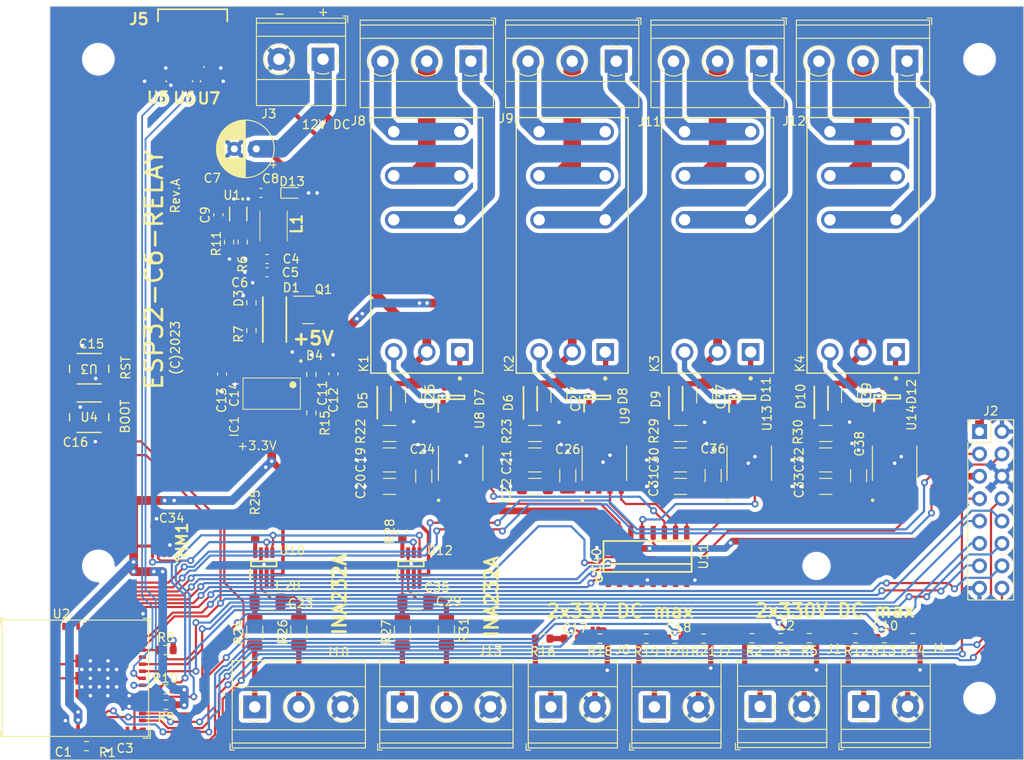
<source format=kicad_pcb>
(kicad_pcb (version 20221018) (generator pcbnew)
  (layers (0 "F.Cu" signal) (31 "B.Cu" signal) (34 "B.Paste" user) (35 "F.Paste" user) (36 "B.SilkS" user "B.Silkscreen") (37 "F.SilkS" user "F.Silkscreen") (38 "B.Mask" user) (39 "F.Mask" user) (44 "Edge.Cuts" user))
  (net 0 "")
  (net 1 "+3V3")
  (net 2 "GND")
  (net 3 "/ADC0")
  (net 4 "/CHIP_PU")
  (net 5 "Net-(D1-A)")
  (net 6 "+12V")
  (net 7 "Net-(U1-SW)")
  (net 8 "Net-(U1-BST)")
  (net 9 "/ADC1")
  (net 10 "+5V")
  (net 11 "/GPIO9")
  (net 12 "/ADC2")
  (net 13 "/ADC3")
  (net 14 "Net-(U8-VS)")
  (net 15 "Net-(U9-VS)")
  (net 16 "Net-(U8-5VB)")
  (net 17 "Net-(U9-5VB)")
  (net 18 "Net-(U13-VS)")
  (net 19 "Net-(U14-VS)")
  (net 20 "Net-(U13-5VB)")
  (net 21 "Net-(U14-5VB)")
  (net 22 "Net-(D3-A)")
  (net 23 "Net-(D4-A)")
  (net 24 "Net-(D5-K)")
  (net 25 "Net-(D6-K)")
  (net 26 "Net-(K1-R-)")
  (net 27 "Net-(K1-S-)")
  (net 28 "Net-(K2-R-)")
  (net 29 "Net-(K2-S-)")
  (net 30 "Net-(D9-K)")
  (net 31 "Net-(D10-K)")
  (net 32 "Net-(K3-R-)")
  (net 33 "Net-(K3-S-)")
  (net 34 "Net-(K4-R-)")
  (net 35 "Net-(K4-S-)")
  (net 36 "/SDA")
  (net 37 "/SCL")
  (net 38 "/D-")
  (net 39 "/D+")
  (net 41 "Net-(J8-Pin_1)")
  (net 42 "Net-(J8-Pin_2)")
  (net 43 "Net-(J8-Pin_3)")
  (net 44 "Net-(J9-Pin_1)")
  (net 45 "Net-(J9-Pin_2)")
  (net 46 "Net-(J9-Pin_3)")
  (net 47 "Net-(J10-Pin_1)")
  (net 48 "Net-(J10-Pin_2)")
  (net 49 "Net-(J11-Pin_1)")
  (net 50 "Net-(J11-Pin_2)")
  (net 51 "Net-(J11-Pin_3)")
  (net 52 "Net-(J12-Pin_1)")
  (net 53 "Net-(J12-Pin_2)")
  (net 54 "Net-(J12-Pin_3)")
  (net 55 "Net-(J13-Pin_1)")
  (net 56 "Net-(J13-Pin_2)")
  (net 57 "Net-(J1-Pin_1)")
  (net 58 "Net-(R2-Pad2)")
  (net 59 "Net-(U1-FB)")
  (net 60 "/GPIO8")
  (net 61 "Net-(J4-Pin_1)")
  (net 62 "Net-(R12-Pad2)")
  (net 63 "Net-(J6-Pin_1)")
  (net 64 "Net-(R16-Pad2)")
  (net 65 "Net-(J7-Pin_1)")
  (net 66 "Net-(R19-Pad2)")
  (net 67 "Net-(U10-IN+)")
  (net 68 "Net-(U10-ALERT)")
  (net 69 "+3.3V")
  (net 70 "Net-(U10-IN-)")
  (net 71 "Net-(U12-IN+)")
  (net 72 "Net-(U12-ALERT)")
  (net 73 "Net-(U12-IN-)")
  (net 77 "/GPIO4")
  (net 78 "/GPIO5")
  (net 79 "/GPIO14")
  (net 80 "/GPIO15")
  (net 82 "/GPIO18")
  (net 83 "/GPIO19")
  (net 84 "/RS0")
  (net 85 "/RS1")
  (net 86 "/S{slash}R")
  (net 87 "/WR")
  (net 88 "/U0RXD")
  (net 89 "/U0TXD")
  (net 98 "/R0S")
  (net 99 "/R0R")
  (net 100 "/R2S")
  (net 101 "/R2R")
  (net 102 "/R1S")
  (net 103 "/R1R")
  (net 104 "/R3S")
  (net 105 "/R3R")
  (net 106 "+5V_USB")
  (footprint "Capacitor_SMD:C_0201_0603Metric" (layer "F.Cu") (at 177.405 121.375 180)
    (fp_text reference "C28")
    (fp_text value "100nF" hide)
  )
  (footprint "OMRON:Omron-G5RL-K1-E-MFG" (layer "F.Cu") (at 228.272758 82.625 90)
    (fp_text reference "K3")
    (fp_text value "G5RL-K1-E-DC12" hide)
  )
  (footprint "SOD:SOD3716X145N" (layer "F.Cu") (at 190.432901 100.007493 90)
    (fp_text reference "D5")
    (fp_text value "1N4148" hide)
  )
  (footprint "TerminalBlock_Phoenix:TerminalBlock_Phoenix_MKDS-1,5-3_1x03_P5.00mm_Horizontal" (layer "F.Cu") (at 216.772758 61.725 180)
    (fp_text reference "J9")
    (fp_text value "Screw_Terminal_01x03" hide)
  )
  (footprint "Resistor_SMD:R_1206_3216Metric" (layer "F.Cu") (at 191.060258 103.975)
    (fp_text reference "R22")
    (fp_text value "10R/0.25W" hide)
  )
  (footprint "Onsemi:SOIC127P600X175-8N" (layer "F.Cu") (at 199.117758 107.35 90)
    (fp_text reference "U8")
    (fp_text value "FAN3241TMX" hide)
  )
  (footprint "Capacitor_SMD:C_1206_3216Metric" (layer "F.Cu") (at 194.925537 108.832829 -90)
    (fp_text reference "C24")
    (fp_text value "0.22uF/6.3V" hide)
  )
  (footprint "Capacitor_SMD:C_1206_3216Metric" (layer "F.Cu") (at 191.047758 109.975 180)
    (fp_text reference "C20")
    (fp_text value "0.22uF/100V" hide)
  )
  (footprint "SOT230:SOT230P700X180-4N" (layer "F.Cu") (at 177.675 99.45 -90)
    (fp_text reference "IC1")
    (fp_text value "SPX1117M3-L-3-3_TR" hide)
  )
  (footprint "Capacitor_SMD:C_0603_1608Metric" (layer "F.Cu") (at 171.628062 79.148678 -90)
    (fp_text reference "C9")
    (fp_text value "100nF/25V/10%" hide)
  )
  (footprint "INA:SOT65P280X110-8N" (layer "F.Cu") (at 193.475 118.75 90)
    (fp_text reference "U12")
    (fp_text value "INA232AIDDFR" hide)
  )
  (footprint "Resistor_SMD:R_0603_1608Metric" (layer "F.Cu") (at 165.675 133 180)
    (fp_text reference "R10")
    (fp_text value "3k3" hide)
  )
  (footprint "Capacitor_SMD:C_0201_0603Metric" (layer "F.Cu") (at 226.167941 126.095826 180)
    (fp_text reference "C18")
    (fp_text value "100nF" hide)
  )
  (footprint "Capacitor_SMD:C_1206_3216Metric" (layer "F.Cu") (at 210.272758 99.75 -90)
    (fp_text reference "C27")
    (fp_text value "0.22uF/100V" hide)
  )
  (footprint "Wuerth_434133025816:SMD_025816_WRE" (layer "F.Cu") (at 156.9606 96.625 180)
    (fp_text reference "U3")
    (fp_text value "434133025816" hide)
  )
  (footprint "MountingHole:MountingHole_3.2mm_M3_DIN965" (layer "F.Cu") (at 258 134)
    (fp_text reference "REF**" hide)
    (fp_text value "MountingHole_3.2mm_M3_DIN965" hide)
  )
  (footprint "TerminalBlock_Phoenix:TerminalBlock_Phoenix_MKDS-1,5-2_1x02_P5.00mm_Horizontal" (layer "F.Cu") (at 221.1 135)
    (fp_text reference "J7")
    (fp_text value "Screw_Terminal_01x02" hide)
  )
  (footprint "Capacitor_SMD:C_1206_3216Metric" (layer "F.Cu") (at 240.547758 109.975 180)
    (fp_text reference "C33")
    (fp_text value "0.22uF/100V" hide)
  )
  (footprint "Capacitor_SMD:C_0201_0603Metric" (layer "F.Cu") (at 194.125 121.4 180)
    (fp_text reference "C35")
    (fp_text value "100nF" hide)
  )
  (footprint "Package_TO_SOT_SMD:SOT-23" (layer "F.Cu") (at 181.815562 89.95)
    (fp_text reference "Q1")
    (fp_text value "FDN302P" hide)
  )
  (footprint "Capacitor_SMD:C_0201_0603Metric" (layer "F.Cu") (at 173.47454 97.27 -90)
    (fp_text reference "C14")
    (fp_text value "100nF/10V/10%" hide)
  )
  (footprint "TerminalBlock_Phoenix:TerminalBlock_Phoenix_MKDS-1,5-3_1x03_P5.00mm_Horizontal" (layer "F.Cu") (at 249.772758 61.725 180)
    (fp_text reference "J12")
    (fp_text value "Screw_Terminal_01x03" hide)
  )
  (footprint "Capacitor_SMD:C_1206_3216Metric" (layer "F.Cu") (at 211.272758 108.75 -90)
    (fp_text reference "C26")
    (fp_text value "0.22uF/6.3V" hide)
  )
  (footprint "Capacitor_SMD:C_1206_3216Metric" (layer "F.Cu") (at 207.547758 109.975 180)
    (fp_text reference "C22")
    (fp_text value "0.22uF/100V" hide)
  )
  (footprint "SOD:SOD3716X145N" (layer "F.Cu") (at 240.022758 99.975 90)
    (fp_text reference "D10")
    (fp_text value "1N4148" hide)
  )
  (footprint "Capacitor_SMD:C_1206_3216Metric" (layer "F.Cu") (at 193.772758 99.767923 -90)
    (fp_text reference "C25")
    (fp_text value "0.22uF/100V" hide)
  )
  (footprint "Capacitor_SMD:C_0201_0603Metric" (layer "F.Cu") (at 155.045 93.975 180)
    (fp_text reference "C15")
    (fp_text value "100nF" hide)
  )
  (footprint "Resistor_SMD:R_1206_3216Metric" (layer "F.Cu") (at 240.560258 103.975)
    (fp_text reference "R30")
    (fp_text value "10R/0.25W" hide)
  )
  (footprint "ESD401DPYR:ESD401DPYR" (layer "F.Cu") (at 164.650573 64 180)
    (fp_text reference "U5")
    (fp_text value "ESD401DPYR" hide)
  )
  (footprint "footprints:SOT95P248X115-3N" (layer "F.Cu") (at 231.072758 99.875 90)
    (fp_text reference "D11")
    (fp_text value "BAV70-G3" hide)
  )
  (footprint "OMRON:Omron-G5RL-K1-E-MFG" (layer "F.Cu") (at 195.272758 82.625 90)
    (fp_text reference "K1")
    (fp_text value "G5RL-K1-E-DC12" hide)
  )
  (footprint "OMRON:Omron-G5RL-K1-E-MFG" (layer "F.Cu") (at 211.772758 82.625 90)
    (fp_text reference "K2")
    (fp_text value "G5RL-K1-E-DC12" hide)
  )
  (footprint "Onsemi:SOIC127P600X175-8N" (layer "F.Cu") (at 231.867758 107.35 90)
    (fp_text reference "U13")
    (fp_text value "FAN3241TMX" hide)
  )
  (footprint "TerminalBlock_Phoenix:TerminalBlock_Phoenix_MKDS-1,5-3_1x03_P5.00mm_Horizontal" (layer "F.Cu") (at 233.272758 61.725 180)
    (fp_text reference "J11")
    (fp_text value "Screw_Terminal_01x03" hide)
  )
  (footprint "Resistor_SMD:R_0603_1608Metric" (layer "F.Cu") (at 156.65 139.45 180)
    (fp_text reference "R1")
    (fp_text value "10k/1%" hide)
  )
  (footprint "MountingHole:MountingHole_3.2mm_M3_DIN965" (layer "F.Cu") (at 258 61.5)
    (fp_text reference "REF**" hide)
    (fp_text value "MountingHole_3.2mm_M3_DIN965" hide)
  )
  (footprint "Resistor_SMD:R_0603_1608Metric" (layer "F.Cu") (at 243.925 127.2)
    (fp_text reference "R12")
    (fp_text value "560k0/1%/350V" hide)
  )
  (footprint "ESD401DPYR:ESD401DPYR" (layer "F.Cu") (at 167.650573 64 180)
    (fp_text reference "U6")
    (fp_text value "ESD401DPYR" hide)
  )
  (footprint "Resistor_SMD:R_0603_1608Metric" (layer "F.Cu") (at 226.675 127.25 180)
    (fp_text reference "R21")
    (fp_text value "10k0/1%" hide)
  )
  (footprint "Capacitor_SMD:C_0603_1608Metric" (layer "F.Cu") (at 184.675 97.2 90)
    (fp_text reference "C12")
    (fp_text value "10uF/10V(20%)" hide)
  )
  (footprint "Resistor_SMD:R_0603_1608Metric" (layer "F.Cu") (at 223.425 127.25)
    (fp_text reference "R20")
    (fp_text value "46.4k/1%/350V" hide)
  )
  (footprint "footprints:SOT563-Z6_1_DIO" (layer "F.Cu") (at 173.878063 79.072778 -90)
    (fp_text reference "U1")
    (fp_text value "AP62300Z6-7" hide)
  )
  (footprint "Capacitor_SMD:C_0201_0603Metric" (layer "F.Cu") (at 214.570424 115.555603 -90)
    (fp_text reference "C40")
    (fp_text value "100nF/10V/10%" hide)
  )
  (footprint "Capacitor_THT:CP_Radial_D6.3mm_P2.50mm" (layer "F.Cu") (at 175.928062 71.673678 180)
    (fp_text reference "C7")
    (fp_text value "100uF/25V/Low_ESR" hide)
  )
  (footprint "Capacitor_SMD:C_0603_1608Metric" (layer "F.Cu") (at 177.153062 84.173678 180)
    (fp_text reference "C4")
    (fp_text value "22uF" hide)
  )
  (footprint "Capacitor_SMD:C_1206_3216Metric" (layer "F.Cu") (at 226.813436 99.811152 -90)
    (fp_text reference "C37")
    (fp_text value "0.22uF/100V" hide)
  )
  (footprint "Resistor_SMD:R_0603_1608Metric" (layer "F.Cu") (at 175.8 115.125 90)
    (fp_text reference "R25")
    (fp_text value "10k/1%" hide)
  )
  (footprint "MountingHole:MountingHole_2.7mm_M2.5" (layer "F.Cu") (at 239.5 119)
    (fp_text reference "REF**" hide)
    (fp_text value "MountingHole_2.7mm_M2.5" hide)
  )
  (footprint "Resistor_SMD:R_0603_1608Metric" (layer "F.Cu") (at 238.675 127.2 180)
    (fp_text reference "R5")
    (fp_text value "10k0/1%" hide)
  )
  (footprint "TerminalBlock_Phoenix:TerminalBlock_Phoenix_MKDS-1,5-2_1x02_P5.00mm_Horizontal" (layer "F.Cu") (at 183.5 61.5 180)
    (fp_text reference "J3")
    (fp_text value "Screw_Terminal_01x02" hide)
  )
  (footprint "TerminalBlock_Phoenix:TerminalBlock_Phoenix_MKDS-1,5-2_1x02_P5.00mm_Horizontal" (layer "F.Cu") (at 209.35 135)
    (fp_text reference "J6")
    (fp_text value "Screw_Terminal_01x02" hide)
  )
  (footprint "TerminalBlock_Phoenix:TerminalBlock_Phoenix_MKDS-1,5-2_1x02_P5.00mm_Horizontal" (layer "F.Cu") (at 244.85 134.95)
    (fp_text reference "J4")
    (fp_text value "Screw_Terminal_01x02" hide)
  )
  (footprint "Capacitor_SMD:C_1206_3216Metric" (layer "F.Cu") (at 227.772758 108.75 -90)
    (fp_text reference "C36")
    (fp_text value "0.22uF/6.3V" hide)
  )
  (footprint "Resistor_SMD:R_0603_1608Metric" (layer "F.Cu") (at 247.175 127.2)
    (fp_text reference "R13")
    (fp_text value "430k/1%/350V" hide)
  )
  (footprint "Onsemi:SOIC127P600X175-8N" (layer "F.Cu") (at 215.427758 107.35 90)
    (fp_text reference "U9")
    (fp_text value "FAN3241TMX" hide)
  )
  (footprint "Resistor_SMD:R_0603_1608Metric" (layer "F.Cu") (at 165.664464 128.548703)
    (fp_text reference "R8")
    (fp_text value "10k/1%" hide)
  )
  (footprint "Capacitor_SMD:C_0201_0603Metric" (layer "F.Cu") (at 238.164563 126.040244 180)
    (fp_text reference "C2")
    (fp_text value "100nF" hide)
  )
  (footprint "INA:SOT65P280X110-8N" (layer "F.Cu") (at 176.775 118.75 90)
    (fp_text reference "U10")
    (fp_text value "INA232AIDDFR" hide)
  )
  (footprint "Onsemi:SOIC127P600X175-8N" (layer "F.Cu") (at 248.367758 107.35 90)
    (fp_text reference "U14")
    (fp_text value "FAN3241TMX" hide)
  )
  (footprint "Resistor_SMD:R_1206_3216Metric" (layer "F.Cu") (at 192.5 126.5375 90)
    (fp_text reference "R27")
    (fp_text value "10/1%" hide)
  )
  (footprint "Capacitor_SMD:C_0201_0603Metric" (layer "F.Cu") (at 164.445 114.5 180)
    (fp_text reference "C34")
    (fp_text value "100nF/10V/10%" hide)
  )
  (footprint "Wuerth_434133025816:SMD_025816_WRE" (layer "F.Cu") (at 156.9606 102.125)
    (fp_text reference "U4")
    (fp_text value "434133025816" hide)
  )
  (footprint "MountingHole:MountingHole_3.2mm_M3_DIN965" (layer "F.Cu") (at 158 119)
    (fp_text reference "REF**" hide)
    (fp_text value "MountingHole_3.2mm_M3_DIN965" hide)
  )
  (footprint "footprints:SOT95P248X115-3N" (layer "F.Cu") (at 214.622758 99.875 90)
    (fp_text reference "D8")
    (fp_text value "BAV70-G3" hide)
  )
  (footprint "Resistor_SMD:R_0603_1608Metric" (layer "F.Cu") (at 232.175 127.2)
    (fp_text reference "R2")
    (fp_text value "560k0/1%/350V" hide)
  )
  (footprint "OMRON:Omron-G5RL-K1-E-MFG" (layer "F.Cu") (at 244.772758 82.625 90)
    (fp_text reference "K4")
    (fp_text value "G5RL-K1-E-DC12" hide)
  )
  (footprint "Capacitor_SMD:C_1206_3216Metric" (layer "F.Cu") (at 224.047758 109.975 180)
    (fp_text reference "C31")
    (fp_text value "0.22uF/100V" hide)
  )
  (footprint "Capacitor_SMD:C_0201_0603Metric" (layer "F.Cu") (at 214.41976 126.090824 180)
    (fp_text reference "C17")
    (fp_text value "100nF" hide)
  )
  (footprint "ESD401DPYR:ESD401DPYR" (layer "F.Cu") (at 170.650573 63.999033)
    (fp_text reference "U7")
    (fp_text value "ESD401DPYR" hide)
  )
  (footprint "Capacitor_SMD:C_0603_1608Metric" (layer "F.Cu") (at 177.153062 85.673678 180)
    (fp_text reference "C5")
    (fp_text value "22uF" hide)
  )
  (footprint "Resistor_SMD:R_0603_1608Metric" (layer "F.Cu") (at 214.925 127.25 180)
    (fp_text reference "R18")
    (fp_text value "10k0/1%" hide)
  )
  (footprint "SOIC:SOIC16" (layer "F.Cu") (at 220.327758 117.925 90)
    (fp_text reference "U11")
    (fp_text value "74HC237" hide)
  )
  (footprint "Resistor_SMD:R_0603_1608Metric" (layer "F.Cu") (at 165.675 134.75 180)
    (fp_text reference "R9")
    (fp_text value "3k3" hide)
  )
  (footprint "Resistor_SMD:R_1206_3216Metric" (layer "F.Cu") (at 197.5 126.5 90)
    (fp_text reference "R31")
    (fp_text value "10/1%" hide)
  )
  (footprint "MountingHole:MountingHole_2.7mm_M2.5" (layer "F.Cu") (at 209.5 117.5)
    (fp_text reference "REF**" hide)
    (fp_text value "MountingHole_2.7mm_M2.5" hide)
  )
  (footprint "SOD:SOD3716X145N" (layer "F.Cu") (at 223.522758 100.025 90)
    (fp_text reference "D9")
    (fp_text value "1N4148" hide)
  )
  (footprint "Resistor_SMD:R_0603_1608Metric" (layer "F.Cu") (at 250.425 127.2 180)
    (fp_text reference "R14")
    (fp_text value "10k0/1%" hide)
  )
  (footprint "Capacitor_SMD:C_1206_3216Metric" (layer "F.Cu") (at 244.272758 108.75 -90)
    (fp_text reference "C38")
    (fp_text value "0.22uF/6.3V" hide)
  )
  (footprint "Resistor_SMD:R_1206_3216Metric" (layer "F.Cu") (at 207.560258 103.975)
    (fp_text reference "R23")
    (fp_text value "10R/0.25W" hide)
  )
  (footprint "Resistor_SMD:R_0603_1608Metric" (layer "F.Cu") (at 182.175 97.275 -90)
    (fp_text reference "D4")
    (fp_text value "LED GREEN" hide)
  )
  (footprint "Resistor_SMD:R_1206_3216Metric" (layer "F.Cu") (at 180.75 126.5 90)
    (fp_text reference "R26")
    (fp_text value "10/1%" hide)
  )
  (footprint "TerminalBlock_Phoenix:TerminalBlock_Phoenix_MKDS-1,5-3_1x03_P5.00mm_Horizontal" (layer "F.Cu") (at 175.75 135)
    (fp_text reference "J10")
    (fp_text value "Screw_Terminal_01x03" hide)
  )
  (footprint "Resistor_SMD:R_1206_3216Metric" (layer "F.Cu") (at 224.060258 103.975)
    (fp_text reference "R29")
    (fp_text value "10R/0.25W" hide)
  )
  (footprint "Resistor_SMD:R_0603_1608Metric" (layer "F.Cu") (at 182.175 101.625 90)
    (fp_text reference "R15")
    (fp_text value "750R" hide)
  )
  (footprint "Resistor_SMD:R_0603_1608Metric" (layer "F.Cu") (at 172.835059 82.248678 -90)
    (fp_text reference "R11")
    (fp_text value "10k/1%" hide)
  )
  (footprint "TerminalBlock_Phoenix:TerminalBlock_Phoenix_MKDS-1,5-3_1x03_P5.00mm_Horizontal" (layer "F.Cu") (at 192.5 135)
    (fp_text reference "J13")
    (fp_text value "Screw_Terminal_01x03" hide)
  )
  (footprint "footprints:SOT95P248X115-3N" (layer "F.Cu") (at 247.522758 99.825 90)
    (fp_text reference "D12")
    (fp_text value "BAV70-G3" hide)
  )
  (footprint "Resistor_SMD:R_0603_1608Metric" (layer "F.Cu") (at 211.675 127.25)
    (fp_text reference "R17" hide)
    (fp_text value "46.4k/1%/350V" hide)
  )
  (footprint "Capacitor_SMD:C_0603_1608Metric" (layer "F.Cu") (at 176.453062 76.673678 180)
    (fp_text reference "C8")
    (fp_text value "100nF/25V/10%" hide)
  )
  (footprint "Resistor_SMD:R_1206_3216Metric" (layer "F.Cu") (at 175.75 126.5375 90)
    (fp_text reference "R24")
    (fp_text value "10/1%" hide)
  )
  (footprint "MountingHole:MountingHole_3.2mm_M3_DIN965" (layer "F.Cu") (at 158 61.5)
    (fp_text reference "REF**" hide)
    (fp_text value "MountingHole_3.2mm_M3_DIN965" hide)
  )
  (footprint "Capacitor_SMD:C_0201_0603Metric" (layer "F.Cu") (at 154.420676 139.061428 180)
    (fp_text reference "C1")
    (fp_text value "100nF/10V/10%" hide)
  )
  (footprint "footprints:SOT95P248X115-3N" (layer "F.Cu") (at 198.072758 99.875 90)
    (fp_text reference "D7")
    (fp_text value "BAV70-G3" hide)
  )
  (footprint "Capacitor_SMD:C_0603_1608Metric" (layer "F.Cu") (at 172.036224 97.224393 -90)
    (fp_text reference "C13")
    (fp_text value "10uF/10V(20%)" hide)
  )
  (footprint "footprints:DIONM5127X229N" (layer "F.Cu") (at 178 91.051459 90)
    (fp_text reference "D1")
    (fp_text value "SSA34HE3_A_I" hide)
  )
  (footprint "MicroUSB:101181920001LF" (layer "F.Cu") (at 168.700573 58.615 180)
    (fp_text reference "J5")
    (fp_text value "10118192-0001LF" hide)
  )
  (footprint "Capacitor_SMD:C_1206_3216Metric" (layer "F.Cu") (at 193.975 123.025)
    (fp_text reference "C29")
    (fp_text value "0.1uF" hide)
  )
  (footprint "Resistor_SMD:R_0603_1608Metric" (layer "F.Cu") (at 174.378062 82.248678 90)
    (fp_text reference "R6")
    (fp_text value "57.6k/1%" hide)
  )
  (footprint "Diode_SMD:D_SOD-523" (layer "F.Cu") (at 179.978062 76.673678)
    (fp_text reference "D13")
    (fp_text value "ESD5Z12T1G" hide)
  )
  (footprint "Resistor_SMD:R_0603_1608Metric" (layer "F.Cu") (at 235.425 127.2)
    (fp_text reference "R3")
    (fp_text value "430k/1%/350V" hide)
  )
  (footprint "Capacitor_SMD:C_1210_3225Metric" (layer "F.Cu") (at 207.547758 106.975 180)
    (fp_text reference "C21")
    (fp_text value "2.2uF/100V" hide)
  )
  (footprint "footprints:SRP0315" (layer "F.Cu") (at 177.878062 80.423678 -90)
    (fp_text reference "L1")
    (fp_text value "3.3uF" hide)
  )
  (footprint "Capacitor_SMD:C_1210_3225Metric" (layer "F.Cu") (at 191.047758 106.975 180)
    (fp_text reference "C19")
    (fp_text value "2.2uF/100V" hide)
  )
  (footprint "Capacitor_SMD:C_0201_0603Metric" (layer "F.Cu") (at 183.425 97.2 90)
    (fp_text reference "C11")
    (fp_text value "100nF/10V/10%" hide)
  )
  (footprint "Capacitor_SMD:C_0201_0603Metric" (layer "F.Cu") (at 249.923667 126.050631 180)
    (fp_text reference "C10")
    (fp_text value "100nF" hide)
  )
  (footprint "BME280:BME280" (layer "F.Cu") (at 166.1 115.7 -90)
    (fp_text reference "HM1")
    (fp_text value "BME280" hide)
  )
  (footprint "Capacitor_SMD:C_0201_0603Metric" (layer "F.Cu") (at 158.855 104.875)
    (fp_text reference "C16")
    (fp_text value "100nF" hide)
  )
  (footprint "Capacitor_SMD:C_1210_3225Metric" (layer "F.Cu") (at 224.047758 106.975 180)
    (fp_text reference "C30")
    (fp_text value "2.2uF/100V" hide)
  )
  (footprint "Capacitor_SMD:C_0201_0603Metric" (layer "F.Cu") (at 159.395 139.075 180)
    (fp_text reference "C3")
    (fp_text value "100nF/10V/10%" hide)
  )
  (footprint "Capacitor_SMD:C_1206_3216Metric" (layer "F.Cu") (at 177.2 123.025)
    (fp_text reference "C23")
    (fp_text value "0.1uF" hide)
  )
  (footprint "Capacitor_SMD:C_1210_3225Metric" (layer "F.Cu") (at 240.547758 106.975 180)
    (fp_text reference "C32")
    (fp_text value "2.2uF/100V" hide)
  )
  (footprint "Resistor_SMD:R_0603_1608Metric" (layer "F.Cu") (at 175.37454 89.137986 -90)
    (fp_text reference "D3")
    (fp_text value "LED RED" hide)
  )
  (footprint "Connector_PinHeader_2.54mm:PinHeader_2x08_P2.54mm_Vertical" (layer "F.Cu") (at 258 103.75)
    (fp_text reference "J2")
    (fp_text value "Conn_02x08_Odd_Even" hide)
  )
  (footprint "Capacitor_SMD:C_1206_3216Metric" (layer "F.Cu") (at 243.25 99.75 -90)
    (fp_text reference "C39")
    (fp_text value "0.22uF/100V" hide)
  )
  (footprint "TerminalBlock_Phoenix:TerminalBlock_Phoenix_MKDS-1,5-2_1x02_P5.00mm_Horizontal" (layer "F.Cu") (at 233.1 134.95)
    (fp_text reference "J1")
    (fp_text value "Screw_Terminal_01x02" hide)
  )
  (footprint "Espressif:ESP32-C6-MINI-1" (layer "F.Cu") (at 155.4 131.75 90)
    (fp_text reference "U2")
    (fp_text value "ESP32-C6-MINI-1/U" hide)
  )
  (footprint "SOD:SOD3716X145N" (layer "F.Cu") (at 207.022758 100.025 90)
    (fp_text reference "D6")
    (fp_text value "1N4148" hide)
  )
  (footprint "Resistor_SMD:R_0603_1608Metric" (layer "F.Cu") (at 208.425 127.25)
    (fp_text reference "R16")
    (fp_text value "53.6k0/1%/350V" hide)
  )
  (footprint "Resistor_SMD:R_0603_1608Metric" (layer "F.Cu") (at 192.5 115.125 90)
    (fp_text reference "R28")
    (fp_text value "10k/1%" hide)
  )
  (footprint "TerminalBlock_Phoenix:TerminalBlock_Phoenix_MKDS-1,5-3_1x03_P5.00mm_Horizontal" (layer "F.Cu") (at 200.272758 61.725 180)
    (fp_text reference "J8")
    (fp_text value "Screw_Terminal_01x03" hide)
  )
  (footprint "Resistor_SMD:R_0603_1608Metric" (layer "F.Cu") (at 175.375 92.275 90)
    (fp_text reference "R7")
    (fp_text value "1k6" hide)
  )
  (footprint "Capacitor_SMD:C_0201_0603Metric" (layer "F.Cu") (at 176.783062 86.84229 180)
    (fp_text reference "C6")
    (fp_text value "100nF/10V/10%" hide)
  )
  (footprint "Resistor_SMD:R_0603_1608Metric" (layer "F.Cu") (at 220.175 127.25)
    (fp_text reference "R19")
    (fp_text value "53.6k0/1%/350V" hide)
  )
  (gr_poly (pts (xy 152.5 55.5) (xy 263 55.5) (xy 263 141) (xy 152.5 141) (xy 152.5 127.25) (xy 152.5 81.5)) (stroke (width 0.1)) (fill none) (layer "Edge.Cuts"))
  (gr_text "+" (at 182.8 56.7) (layer "F.SilkS") (effects (font (size 1 1)) (justify left bottom)))
  (gr_text "2x33V DC max" (at 208.7 125) (layer "F.SilkS") (effects (font (size 1.5 1.5) (thickness 0.3) bold) (justify left bottom)))
  (gr_text "BOOT" (at 161.62892 104.072985 90) (layer "F.SilkS") (effects (font (size 1 1)) (justify left bottom)))
  (gr_text "12V DC " (at 181 69.5) (layer "F.SilkS") (effects (font (size 1 1)) (justify left bottom)))
  (gr_text "+5V" (at 179.9 94.05) (layer "F.SilkS") (effects (font (size 1.5 1.5) (thickness 0.3) bold) (justify left bottom)))
  (gr_text "INA232A" (at 186.25 127 90) (layer "F.SilkS") (effects (font (size 1.5 1.5) (thickness 0.3) bold) (justify left bottom)))
  (gr_text "(C)2023                Rev.A" (at 167.325 97.425 90) (layer "F.SilkS") (effects (font (size 1 1)) (justify left bottom)))
  (gr_text "RST" (at 161.7 97.975 90) (layer "F.SilkS") (effects (font (size 1 1)) (justify left bottom)))
  (gr_text "+3.3V" (at 173.675 105.95) (layer "F.SilkS") (effects (font (size 1 1) (thickness 0.13)) (justify left bottom)))
  (gr_text "ESP32-C6-RELAY" (at 165.475 99.2 90) (layer "F.SilkS") (effects (font (size 2 2) (thickness 0.3)) (justify left bottom)))
  (gr_text "2x330V DC max" (at 232.35 124.95) (layer "F.SilkS") (effects (font (size 1.5 1.5) (thickness 0.3) bold) (justify left bottom)))
  (gr_text "-" (at 177.85 56.9) (layer "F.SilkS") (effects (font (size 1 1)) (justify left bottom)))
  (gr_text "INA232A" (at 203.5 127.25 90) (layer "F.SilkS") (effects (font (size 1.5 1.5) (thickness 0.3) bold) (justify left bottom)))
  (segment (start 161.994147 119.644147) (end 161.994147 118.554577) (width 1) (layer "F.Cu") (net 1))
  (segment (start 155.1 138.5) (end 155.7 138.5) (width 0.4) (layer "F.Cu") (net 1))
  (segment (start 182.175 102.45) (end 177.675 102.45) (width 0.8) (layer "F.Cu") (net 1))
  (segment (start 166.1 115.7) (end 166.1 115.075) (width 0.35) (layer "F.Cu") (net 1))
  (segment (start 183.425 102.45) (end 182.175 102.45) (width 0.8) (layer "F.Cu") (net 1))
  (segment (start 183.425 97.52) (end 183.425 97.831927) (width 0.25) (layer "F.Cu") (net 1))
  (segment (start 215.8 114.225) (end 214.33 112.755) (width 0.762) (layer "F.Cu") (net 1))
  (segment (start 183.568073 97.975) (end 184.675 97.975) (width 0.25) (layer "F.Cu") (net 1))
  (segment (start 166.1 115.075) (end 164.925 115.075) (width 0.35) (layer "F.Cu") (net 1))
  (segment (start 184.675 97.975) (end 184.675 101.2) (width 0.8) (layer "F.Cu") (net 1))
  (segment (start 177.675 96.45) (end 177.675 102.45) (width 0.762) (layer "F.Cu") (net 1))
  (segment (start 177.7 107.125) (end 177.675 107.125) (width 0.762) (layer "F.Cu") (net 1))
  (segment (start 252.05 116.2) (end 254.3 113.95) (width 0.762) (layer "F.Cu") (net 1))
  (segment (start 167.7 133) (end 167.75 133.05) (width 0.762) (layer "F.Cu") (net 1))
  (segment (start 166.6 111.575) (end 166.625 111.575) (width 1) (layer "F.Cu") (net 1))
  (segment (start 162.025 111.575) (end 165.525 111.575) (width 1) (layer "F.Cu") (net 1))
  (segment (start 184.675 101.2) (end 183.425 102.45) (width 0.8) (layer "F.Cu") (net 1))
  (segment (start 216.752036 117.021278) (end 215.8 116.069242) (width 0.762) (layer "F.Cu") (net 1))
  (segment (start 155.7 138.5) (end 155.825 138.625) (width 0.4) (layer "F.Cu") (net 1))
  (segment (start 162 111.6) (end 162.025 111.575) (width 1) (layer "F.Cu") (net 1))
  (segment (start 166.5 133) (end 167.7 133) (width 0.762) (layer "F.Cu") (net 1))
  (segment (start 215.8 116.069242) (end 215.8 114.225) (width 0.762) (layer "F.Cu") (net 1))
  (segment (start 183.33 112.755) (end 177.7 107.125) (width 0.762) (layer "F.Cu") (net 1))
  (segment (start 165.525 111.575) (end 166.6 111.575) (width 1) (layer "F.Cu") (net 1))
  (segment (start 164.8 115.25) (end 164.8 114.535) (width 0.35) (layer "F.Cu") (net 1))
  (segment (start 166.5 128.538167) (end 166.489464 128.548703) (width 0.6) (layer "F.Cu") (net 1))
  (segment (start 165.45 117) (end 165.45 117.75) (width 0.35) (layer "F.Cu") (net 1))
  (segment (start 164.8 116.75) (end 164.8 115.7) (width 0.35) (layer "F.Cu") (net 1))
  (segment (start 214.581027 115.225) (end 215.882758 115.225) (width 0.25) (layer "F.Cu") (net 1))
  (segment (start 166.5 134.75) (end 167.75 134.75) (width 0.762) (layer "F.Cu") (net 1))
  (segment (start 155.7 135.575) (end 155.7 137.65) (width 0.4) (layer "F.Cu") (net 1))
  (segment (start 155.7 137.65) (end 155.7 138.5) (width 0.4) (layer "F.Cu") (net 1))
  (segment (start 214.570424 115.235603) (end 214.581027 115.225) (width 0.25) (layer "F.Cu") (net 1))
  (segment (start 165.2 116.75) (end 164.8 116.75) (width 0.35) (layer "F.Cu") (net 1))
  (segment (start 255.87 108.83) (end 258 108.83) (width 0.762) (layer "F.Cu") (net 1))
  (segment (start 214.33 112.755) (end 183.33 112.755) (width 0.762) (layer "F.Cu") (net 1))
  (segment (start 162 116.75) (end 162 119.638294) (width 1) (layer "F.Cu") (net 1))
  (segment (start 177.675 107.125) (end 177 107.8) (width 1) (layer "F.Cu") (net 1))
  (segment (start 165.3 119.65) (end 162 119.65) (width 1) (layer "F.Cu") (net 1))
  (segment (start 220.572722 117.021278) (end 216.752036 117.021278) (width 0.762) (layer "F.Cu") (net 1))
  (segment (start 254.3 110.4) (end 255.87 108.83) (width 0.762) (layer "F.Cu") (net 1))
  (segment (start 229.95 116.2) (end 252.05 116.2) (width 0.762) (layer "F.Cu") (net 1))
  (segment (start 161.994147 119.644147) (end 162 119.65) (width 1) (layer "F.Cu") (net 1))
  (segment (start 162 119.638294) (end 161.994147 119.644147) (width 1) (layer "F.Cu") (net 1))
  (segment (start 177.675 102.45) (end 177.675 107.125) (width 1) (layer "F.Cu") (net 1))
  (segment (start 164.925 115.075) (end 164.855 115.145) (width 0.35) (layer "F.Cu") (net 1))
  (segment (start 154.740676 138.859324) (end 155.1 138.5) (width 0.4) (layer "F.Cu") (net 1))
  (segment (start 164.8 115.2) (end 164.8 115.25) (width 0.25) (layer "F.Cu") (net 1))
  (segment (start 164.8 114.535) (end 164.765 114.5) (width 0.25) (layer "F.Cu") (net 1))
  (segment (start 183.425 97.831927) (end 183.568073 97.975) (width 0.25) (layer "F.Cu") (net 1))
  (segment (start 162 116.75) (end 162 111.6) (width 1) (layer "F.Cu") (net 1))
  (segment (start 229.75 116.4) (end 229.95 116.2) (width 0.762) (layer "F.Cu") (net 1))
  (segment (start 164.8 116.75) (end 162 116.75) (width 0.35) (layer "F.Cu") (net 1))
  (segment (start 155.825 138.625) (end 155.825 139.45) (width 0.4) (layer "F.Cu") (net 1))
  (segment (start 164.855 115.145) (end 164.8 115.2) (width 0.25) (layer "F.Cu") (net 1))
  (segment (start 154.740676 139.061428) (end 154.740676 138.859324) (width 0.4) (layer "F.Cu") (net 1))
  (segment (start 164.8 115.7) (end 164.8 115.25) (width 0.35) (layer "F.Cu") (net 1))
  (segment (start 165.2 116.75) (end 165.45 117) (width 0.35) (layer "F.Cu") (net 1))
  (segment (start 166.5 127.45) (end 166.5 128.538167) (width 0.6) (layer "F.Cu") (net 1))
  (segment (start 254.3 113.95) (end 254.3 110.4) (width 0.762) (layer "F.Cu") (net 1))
  (segment (start 167.75 134.75) (end 167.8 134.8) (width 0.762) (layer "F.Cu") (net 1))
  (via (at 167.75 134.8) (size 0.8) (drill 0.4) (layers "F.Cu" "B.Cu") (net 1))
  (via (at 161.994147 118.554577) (size 0.8) (drill 0.4) (layers "F.Cu" "B.Cu") (net 1))
  (via (at 165.3 119.65) (size 0.8) (drill 0.4) (layers "F.Cu" "B.Cu") (net 1))
  (via (at 166.6 111.575) (size 0.8) (drill 0.4) (layers "F.Cu" "B.Cu") (net 1))
  (via (at 164.3 119.65) (size 0.8) (drill 0.4) (layers "F.Cu" "B.Cu") (net 1))
  (via (at 165.525 111.575) (size 0.8) (drill 0.4) (layers "F.Cu" "B.Cu") (net 1))
  (via (at 155.7 135.575) (size 0.8) (drill 0.4) (layers "F.Cu" "B.Cu") (net 1))
  (via (at 229.75 116.4) (size 0.8) (drill 0.4) (layers "F.Cu" "B.Cu") (net 1))
  (via (at 155.7 136.5) (size 0.8) (drill 0.4) (layers "F.Cu" "B.Cu") (net 1))
  (via (at 177.675 107.125) (size 0.8) (drill 0.4) (layers "F.Cu" "B.Cu") (net 1))
  (via (at 166.5 127.45) (size 0.8) (drill 0.4) (layers "F.Cu" "B.Cu") (net 1))
  (via (at 177 107.8) (size 0.8) (drill 0.4) (layers "F.Cu" "B.Cu") (net 1))
  (via (at 220.572722 117.021278) (size 0.8) (drill 0.4) (layers "F.Cu" "B.Cu") (net 1))
  (via (at 162 119.65) (size 0.8) (drill 0.4) (layers "F.Cu" "B.Cu") (net 1))
  (via (at 167.75 133.05) (size 0.8) (drill 0.4) (layers "F.Cu" "B.Cu") (net 1))
  (segment (start 166.15 132.45) (end 165.3 131.6) (width 1) (layer "B.Cu") (net 1))
  (segment (start 155.7 136.5) (end 155.7 135.575) (width 1) (layer "B.Cu") (net 1))
  (segment (start 167.75 133.05) (end 167.75 134.8) (width 1) (layer "B.Cu") (net 1))
  (segment (start 165.525 111.575) (end 173.2 111.575) (width 1) (layer "B.Cu") (net 1))
  (segment (start 154.725 134.6) (end 154.725 125.823724) (width 1) (layer "B.Cu") (net 1))
  (segment (start 165.3 127.45) (end 165.3 119.65) (width 1) (layer "B.Cu") (net 1))
  (segment (start 165.3 119.65) (end 164.3 119.65) (width 1) (layer "B.Cu") (net 1))
  (segment (start 166.75 133.05) (end 166.15 132.45) (width 1) (layer "B.Cu") (net 1))
  (segment (start 220.572722 117.021278) (end 220.575 117.019) (width 0.762) (layer "B.Cu") (net 1))
  (segment (start 167.75 133.05) (end 166.75 133.05) (width 1) (layer "B.Cu") (net 1))
  (segment (start 177.65 107.125) (end 177.675 107.125) (width 1) (layer "B.Cu") (net 1))
  (segment (start 166.5 127.45) (end 165.3 127.45) (width 0.6) (layer "B.Cu") (net 1))
  (segment (start 220.575 117.019) (end 229.131 117.019) (width 0.762) (layer "B.Cu") (net 1))
  (segment (start 229.131 117.019) (end 229.75 116.4) (width 0.762) (layer "B.Cu") (net 1))
  (segment (start 155.7 135.575) (end 154.725 134.6) (width 1) (layer "B.Cu") (net 1))
  (segment (start 173.2 111.575) (end 177.65 107.125) (width 1) (layer "B.Cu") (net 1))
  (segment (start 154.725 125.823724) (end 161.994147 118.554577) (width 1) (layer "B.Cu") (net 1))
  (segment (start 165.3 131.6) (end 165.3 127.45) (width 1) (layer "B.Cu") (net 1))
  (segment (start 161.50058 134.95) (end 161.496649 134.946069) (width 0.25) (layer "F.Cu") (net 2))
  (segment (start 211.272758 107.275) (end 211.272758 105.975) (width 0.762) (layer "F.Cu") (net 2))
  (segment (start 184.675 96.425) (end 182.2 96.425) (width 0.6) (layer "F.Cu") (net 2))
  (segment (start 220.222758 109.975) (end 222.522758 109.975) (width 0.762) (layer "F.Cu") (net 2))
  (segment (start 153.2 137.65) (end 153.15 137.7) (width 0.25) (layer "F.Cu") (net 2))
  (segment (start 160.075 131.75) (end 158.1 133.725) (width 0.25) (layer "F.Cu") (net 2))
  (segment (start 184.65 95.05) (end 184.65 96.4) (width 0.6) (layer "F.Cu") (net 2))
  (segment (start 156.2 93.975) (end 155.365 93.975) (width 0.25) (layer "F.Cu") (net 2))
  (segment (start 182.823678 76.673678) (end 182.825 76.675) (width 0.4) (layer "F.Cu") (net 2))
  (segment (start 165.725573 61.175) (end 167.175 61.175) (width 0.6) (layer "F.Cu") (net 2))
  (segment (start 164.900573 60.35) (end 165.600573 61.05) (width 0.6) (layer "F.Cu") (net 2))
  (segment (start 239.190244 126.040244) (end 239.5 126.35) (width 0.25) (layer "F.Cu") (net 2))
  (segment (start 250.900631 126.050631) (end 251.25 126.4) (width 0.25) (layer "F.Cu") (net 2))
  (segment (start 154.825 129.775) (end 156.125 129.775) (width 0.25) (layer "F.Cu") (net 2))
  (segment (start 195.022758 107.260608) (end 194.925537 107.357829) (width 0.762) (layer "F.Cu") (net 2))
  (segment (start 215.75 127.25) (end 215.75 130.85) (width 0.6) (layer "F.Cu") (net 2))
  (segment (start 158.1 129.775) (end 158.1 133.725) (width 0.762) (layer "F.Cu") (net 2))
  (segment (start 160.075 129.775) (end 160.075 133.725) (width 0.762) (layer "F.Cu") (net 2))
  (segment (start 163.05 125.8) (end 163.05 124.450455) (width 0.25) (layer "F.Cu") (net 2))
  (segment (start 166.700573 64.45) (end 167.150573 64) (width 0.6) (layer "F.Cu") (net 2))
  (segment (start 166.117966 116.626075) (end 166.117966 117.732034) (width 0.25) (layer "F.Cu") (net 2))
  (segment (start 153.15 125.8) (end 153.15 137.7) (width 0.6) (layer "F.Cu") (net 2))
  (segment (start 193.5 118.75) (end 193.15 118.4) (width 0.25) (layer "F.Cu") (net 2))
  (segment (start 227.5 127.25) (end 227.5 130.6) (width 0.6) (layer "F.Cu") (net 2))
  (segment (start 173.475 97.59046) (end 173.47454 97.59) (width 0.25) (layer "F.Cu") (net 2))
  (segment (start 182.175 95.05) (end 182.175 96.45) (width 0.6) (layer "F.Cu") (net 2))
  (segment (start 172.036224 99.259254) (end 172.04038 99.26341) (width 0.6) (layer "F.Cu") (net 2))
  (segment (start 243.25 101.225) (end 243.25 102.675) (width 0.6) (layer "F.Cu") (net 2))
  (segment (start 156.131357 129.768643) (end 156.125 129.775) (width 0.6) (layer "F.Cu") (net 2))
  (segment (start 187.272758 109.975) (end 189.572758 109.975) (width 0.762) (layer "F.Cu") (net 2))
  (segment (start 177.1 120) (end 177.1 121.245) (width 0.4) (layer "F.Cu") (net 2))
  (segment (start 172.500573 60.35) (end 171.800573 61.05) (width 0.6) (layer "F.Cu") (net 2))
  (segment (start 215.440824 126.090824) (end 215.75 126.4) (width 0.25) (layer "F.Cu") (net 2))
  (segment (start 153.2 131.75) (end 156.125 131.75) (width 0.25) (layer "F.Cu") (net 2))
  (segment (start 251.25 127.2) (end 251.25 130.8) (width 0.6) (layer "F.Cu") (net 2))
  (segment (start 177.1 120) (end 177.1 119.065) (width 0.4) (layer "F.Cu") (net 2))
  (segment (start 194.909488 107.275) (end 195.022758 107.16173) (width 0.762) (layer "F.Cu") (net 2))
  (segment (start 156.086633 133.686633) (end 156.125 133.725) (width 0.6) (layer "F.Cu") (net 2))
  (segment (start 227.5 126.4) (end 227.5 127.25) (width 0.25) (layer "F.Cu") (net 2))
  (segment (start 189.572758 109.975) (end 189.572758 106.975) (width 0.762) (layer "F.Cu") (net 2))
  (segment (start 173.375 77.35) (end 175.00174 77.35) (width 0.4) (layer "F.Cu") (net 2))
  (segment (start 172.835059 83.073678) (end 172.835059 84.130675) (width 0.762) (layer "F.Cu") (net 2))
  (segment (start 160.075 129.775) (end 156.125 133.725) (width 0.25) (layer "F.Cu") (net 2))
  (segment (start 153.2 136.55) (end 154.258312 136.55) (width 0.25) (layer "F.Cu") (net 2))
  (segment (start 173.475 98.425) (end 173.475 97.59046) (width 0.25) (layer "F.Cu") (net 2))
  (segment (start 171.9 61.149427) (end 171.800573 61.05) (width 0.762) (layer "F.Cu") (net 2))
  (segment (start 158.10243 129.77257) (end 158.1 129.775) (width 0.6) (layer "F.Cu") (net 2))
  (segment (start 227.772758 105.85) (end 227.772758 107.275) (width 0.6) (layer "F.Cu") (net 2))
  (segment (start 156.125 131.75) (end 158.1 133.725) (width 0.25) (layer "F.Cu") (net 2))
  (segment (start 163 134.95) (end 162.1 134.95) (width 0.25) (layer "F.Cu") (net 2))
  (segment (start 176.8 118.825) (end 176.86 118.825) (width 0.4) (layer "F.Cu") (net 2))
  (segment (start 195.022758 105.975) (end 195.022758 107.260608) (width 0.762) (layer "F.Cu") (net 2))
  (segment (start 156.125 131.75) (end 160.075 131.75) (width 0.762) (layer "F.Cu") (net 2))
  (segment (start 193.8 120) (end 193.8 121.395) (width 0.4) (layer "F.Cu") (net 2))
  (segment (start 153.2 130.15) (end 154.45 130.15) (width 0.25) (layer "F.Cu") (net 2))
  (segment (start 239.5 126.35) (end 239.5 127.2) (width 0.25) (layer "F.Cu") (net 2))
  (segment (start 163.05 124.450455) (end 163.072548 124.427907) (width 0.25) (layer "F.Cu") (net 2))
  (segment (start 165.600573 61.05) (end 165.725573 61.175) (width 0.6) (layer "F.Cu") (net 2))
  (segment (start 156.125 129.775) (end 160.075 129.775) (width 0.762) (layer "F.Cu") (net 2))
  (segment (start 236.722758 109.975) (end 239.022758 109.975) (width 0.762) (layer "F.Cu") (net 2))
  (segment (start 166.225 64.45) (end 166.700573 64.45) (width 0.6) (layer "F.Cu") (net 2))
  (segment (start 176.378062 84.173678) (end 174.628062 84.173678) (width 0.762) (layer "F.Cu") (net 2))
  (segment (start 180 96.425) (end 179.975 96.45) (width 0.6) (layer "F.Cu") (net 2))
  (segment (start 164.900573 58.5) (end 164.900573 60.35) (width 0.6) (layer "F.Cu") (net 2))
  (segment (start 162.1 137.65) (end 162.1 134.95) (width 0.25) (layer "F.Cu") (net 2))
  (segment (start 214.73976 126.090824) (end 215.440824 126.090824) (width 0.25) (layer "F.Cu") (net 2))
  (segment (start 156.125 129.775) (end 160.075 133.725) (width 0.25) (layer "F.Cu") (net 2))
  (segment (start 165.45 115.958109) (end 165.45 115.7) (width 0.25) (layer "F.Cu") (net 2))
  (segment (start 164.6 113.65) (end 164.125 114.125) (width 0.4) (layer "F.Cu") (net 2))
  (segment (start 224.77645 120.621308) (end 224.772758 120.625) (width 0.25) (layer "F.Cu") (net 2))
  (segment (start 166.117966 117.732034) (end 166.1 117.75) (width 0.25) (layer "F.Cu") (net 2))
  (segment (start 193.785 120.015) (end 193.8 120) (width 0.25) (layer "F.Cu") (net 2))
  (segment (start 219.692758 120.625) (end 220.962758 120.625) (width 0.6) (layer "F.Cu") (net 2))
  (segment (start 232.486905 106.613865) (end 231.756905 107.343865) (width 0.6) (layer "F.Cu") (net 2))
  (segment (start 195.022758 105.975) (end 194.272758 105.225) (width 0.762) (layer "F.Cu") (net 2))
  (segment (start 175.542693 86.84229) (end 175.519174 86.865809) (width 0.25) (layer "F.Cu") (net 2))
  (segment (start 193.772758 102.622758) (end 193.775 102.625) (width 0.6) (layer "F.Cu") (net 2))
  (segment (start 210.272758 101.225) (end 210.272758 102.697758) (width 0.6) (layer "F.Cu") (net 2))
  (segment (start 162.1 134.95) (end 161.50058 134.95) (width 0.25) (layer "F.Cu") (net 2))
  (segment (start 251.25 130.8) (end 249.85 132.2) (width 0.6) (layer "F.Cu") (net 2))
  (segment (start 171.45 64) (end 172.175 64) (width 0.6) (layer "F.Cu") (net 2))
  (segment (start 226.1 132) (end 226.1 135) (width 0.6) (layer "F.Cu") (net 2))
  (segment (start 164.15 115.65) (end 164.15 114.575) (width 0.35) (layer "F.Cu") (net 2))
  (segment (start 164.900573 58.5) (end 172.500573 58.5) (width 0.6) (layer "F.Cu") (net 2))
  (segment (start 227.195826 126.095826) (end 227.5 126.4) (width 0.25) (layer "F.Cu") (net 2))
  (segment (start 249.022758 104.745) (end 249.002758 104.725) (width 0.6) (layer "F.Cu") (net 2))
  (segment (start 172.835059 84.130675) (end 172.878062 84.173678) (width 0.762) (layer "F.Cu") (net 2))
  (segment (start 214.580924 116.923506) (end 214.580924 117.923506) (width 0.25) (layer "F.Cu") (net 2))
  (segment (start 238.1 132.2) (end 238.1 134.95) (width 0.6) (layer "F.Cu") (net 2))
  (segment (start 216.062758 106.435) (end 216.062758 104.725) (width 0.6) (layer "F.Cu") (net 2))
  (segment (start 180.678062 76.673678) (end 182.823678 76.673678) (width 0.6) (layer "F.Cu") (net 2))
  (segment (start 214.580924 116.923506) (end 214.580924 115.886103) (width 0.25) (layer "F.Cu") (net 2))
  (segment (start 220.222758 106.975) (end 222.522758 106.975) (width 0.762) (layer "F.Cu") (net 2))
  (segment (start 177.1 121.245) (end 177.105 121.25) (width 0.4) (layer "F.Cu") (net 2))
  (segment (start 193.5 118.75) (end 193.8 119.05) (width 0.25) (layer "F.Cu") (net 2))
  (segment (start 164.150573 64) (end 163.25 64) (width 0.6) (layer "F.Cu") (net 2))
  (segment (start 226.813436 101.286152) (end 226.813436 102.686564) (width 0.6) (layer "F.Cu") (net 2))
  (segment (start 176.45 117.5) (end 176.45 118.415) (width 0.4) (layer "F.Cu") (net 2))
  (segment (start 154.45 130.15) (end 154.825 129.775) (width 0.25) (layer "F.Cu") (net 2))
  (segment (start 238.484563 126.040244) (end 239.190244 126.040244) (width 0.25) (layer "F.Cu") (net 2))
  (segment (start 225.7 120.621308) (end 224.77645 120.621308) (width 0.25) (layer "F.Cu") (net 2))
  (segment (start 239.5 130.8) (end 238.1 132.2) (width 0.6) (layer "F.Cu") (net 2))
  (segment (start 216.062758 106.435) (end 215.272758 107.225) (width 0.6) (layer "F.Cu") (net 2))
  (segment (start 244.272758 105.85) (end 243.522758 105.1) (width 0.762) (layer "F.Cu") (net 2))
  (segment (start 164.15 114.575) (end 164.125 114.55) (width 0.35) (layer "F.Cu") (net 2))
  (segment (start 199.752758 104.725) (end 199.772758 106.475) (width 0.6) (layer "F.Cu") (net 2))
  (segment (start 165.650573 61.1) (end 165.600573 61.05) (width 0.762) (layer "F.Cu") (net 2))
  (segment (start 171.9 62.5) (end 171.9 61.149427) (width 0.762) (layer "F.Cu") (net 2))
  (segment (start 187.272758 106.975) (end 189.572758 106.975) (width 0.762) (layer "F.Cu") (net 2))
  (segment (start 172.500573 58.5) (end 172.500573 60.35) (width 0.6) (layer "F.Cu") (net 2))
  (segment (start 193.15 118.4) (end 193.15 117.5) (width 0.25) (layer "F.Cu") (net 2))
  (segment (start 239.072758 109.975) (end 239.072758 106.975) (width 0.762) (layer "F.Cu") (net 2))
  (segment (start 172.036224 97.999393) (end 172.036224 99.259254) (width 0.6) (layer "F.Cu") (net 2))
  (segment (start 175.00174 77.35) (end 175.678062 76.673678) (width 0.4) (layer "F.Cu") (net 2))
  (segment (start 154.1 137.65) (end 154.1 139.005709) (width 0.25) (layer "F.Cu") (net 2))
  (segment (start 166.117966 116.626075) (end 165.45 115.958109) (width 0.25) (layer "F.Cu") (net 2))
  (segment (start 180 94.725) (end 180 96.425) (width 0.6) (layer "F.Cu") (net 2))
  (segment (start 232.506905 106.593865) (end 232.506905 104.729147) (width 0.6) (layer "F.Cu") (net 2))
  (segment (start 173.378064 78.221878) (end 173.378064 77.353064) (width 0.25) (layer "F.Cu") (net 2))
  (segment (start 232.506905 104.729147) (end 232.502758 104.725) (width 0.6) (layer "F.Cu") (net 2))
  (segment (start 158.527533 104.882467) (end 158.535 104.875) (width 0.25) (layer "F.Cu") (net 2))
  (segment (start 206.072758 109.975) (end 206.072758 106.975) (width 0.762) (layer "F.Cu") (net 2))
  (segment (start 203.772758 106.975) (end 206.072758 106.975) (width 0.762) (layer "F.Cu") (net 2))
  (segment (start 249.097758 106.62) (end 248.367758 107.35) (width 0.6) (layer "F.Cu") (net 2))
  (segment (start 176.395 117.445) (end 176.45 117.5) (width 0.25) (layer "F.Cu") (net 2))
  (segment (start 210.522758 105.225) (end 211.272758 105.975) (width 0.762) (layer "F.Cu") (net 2))
  (segment (start 251.25 126.4) (end 251.25 127.2) (width 0.25) (layer "F.Cu") (net 2))
  (segment (start 161.5 133.725) (end 160.075 133.725) (width 0.6) (layer "F.Cu") (net 2))
  (segment (start 158.521231 104.888769) (end 158.535 104.875) (width 0.25) (layer "F.Cu") (net 2))
  (segment (start 156.119482 129.769482) (end 156.125 129.775) (width 0.6) (layer "F.Cu") (net 2))
  (segment (start 203.772758 109.975) (end 206.072758 109.975) (width 0.762) (layer "F.Cu") (net 2))
  (segment (start 232.506905 106.593865) (end 232.486905 106.613865) (width 0.6) (layer "F.Cu") (net 2))
  (segment (start 249.85 132.2) (end 249.85 134.95) (width 0.6) (layer "F.Cu") (net 2))
  (segment (start 165.650573 62.5) (end 165.650573 61.1) (width 0.762) (layer "F.Cu") (net 2))
  (segment (start 226.813436 102.686564) (end 226.8 102.7) (width 0.6) (layer "F.Cu") (net 2))
  (segment (start 182.2 96.425) (end 182.175 96.45) (width 0.6) (layer "F.Cu") (net 2))
  (segment (start 193.772758 101.242923) (end 193.772758 102.622758) (width 0.6) (layer "F.Cu") (net 2))
  (segment (start 156.109884 131.734884) (end 156.125 131.75) (width 0.6) (layer "F.Cu") (net 2))
  (segment (start 154.7 101.025) (end 155.95 101.025) (width 0.25) (layer "F.Cu") (net 2))
  (segment (start 249.022758 106.455) (end 249.022758 104.745) (width 0.6) (layer "F.Cu") (net 2))
  (segment (start 199.752758 106.495) (end 199.022758 107.225) (width 0.6) (layer "F.Cu") (net 2))
  (segment (start 162.1 137.65) (end 163 137.65) (width 0.25) (layer "F.Cu") (net 2))
  (segment (start 160.092827 129.757173) (end 160.075 129.775) (width 0.6) (layer "F.Cu") (net 2))
  (segment (start 156.125 129.775) (end 156.125 133.725) (width 0.762) (layer "F.Cu") (net 2))
  (segment (start 174.462986 88.312986) (end 175.37454 88.312986) (width 0.762) (layer "F.Cu") (net 2))
  (segment (start 158.1 129.775) (end 156.125 131.75) (width 0.25) (layer "F.Cu") (net 2))
  (segment (start 154.258312 136.55) (end 154.266168 136.557856) (width 0.25) (layer "F.Cu") (net 2))
  (segment (start 226.487941 126.095826) (end 227.195826 126.095826) (width 0.25) (layer "F.Cu") (net 2))
  (segment (start 236.722758 106.975) (end 239.022758 106.975) (width 0.762) (layer "F.Cu") (net 2))
  (segment (start 244.272758 105.85) (end 244.272758 107.275) (width 0.6) (layer "F.Cu") (net 2))
  (segment (start 156.125 133.725) (end 160.075 133.725) (width 0.762) (layer "F.Cu") (net 2))
  (segment (start 176.8 118.765) (end 176.8 118.825) (width 0.4) (layer "F.Cu") (net 2))
  (segment (start 163 137.65) (end 163.05 137.7) (width 0.25) (layer "F.Cu") (net 2))
  (segment (start 249.117758 106.6) (end 249.097758 106.62) (width 0.6) (layer "F.Cu") (net 2))
  (segment (start 250.243667 126.050631) (end 250.900631 126.050631) (width 0.25) (layer "F.Cu") (net 2))
  (segment (start 176.378062 85.673678) (end 174.628062 85.673678) (width 0.762) (layer "F.Cu") (net 2))
  (segment (start 193.8 121.395) (end 193.805 121.4) (width 0.4) (layer "F.Cu") (net 2))
  (segment (start 227.5 130.6) (end 226.1 132) (width 0.6) (layer "F.Cu") (net 2))
  (segment (start 227.772758 105.85) (end 227.022758 105.1) (width 0.762) (layer "F.Cu") (net 2))
  (segment (start 176.378062 84.173678) (end 176.378062 85.673678) (width 0.762) (layer "F.Cu") (net 2))
  (segment (start 214.35 132.25) (end 214.35 135) (width 0.6) (layer "F.Cu") (net 2))
  (segment (start 164.15 114.525) (end 164.125 114.5) (width 0.25) (layer "F.Cu") (net 2))
  (segment (start 215.75 126.4) (end 215.75 127.25) (width 0.25) (layer "F.Cu") (net 2))
  (segment (start 239.5 127.2) (end 239.5 130.8) (width 0.6) (layer "F.Cu") (net 2))
  (segment (start 193.8 119.05) (end 193.8 120) (width 0.25) (layer "F.Cu") (net 2))
  (segment (start 176.463062 86.84229) (end 175.542693 86.84229) (width 0.25) (layer "F.Cu") (net 2))
  (segment (start 176.86 118.825) (end 177.1 119.065) (width 0.4) (layer "F.Cu") (net 2))
  (segment (start 184.65 96.4) (end 184.675 96.425) (width 0.6) (layer "F.Cu") (net 2))
  (segment (start 214.580924 115.886103) (end 214.570424 115.875603) (width 0.25) (layer "F.Cu") (net 2))
  (segment (start 164.125 114.125) (end 164.125 114.5) (width 0.4) (layer "F.Cu") (net 2))
  (segment (start 164.125 114.55) (end 164.15 114.525) (width 0.4) (layer "F.Cu") (net 2))
  (segment (start 210.272758 102.697758) (end 210.275 102.7) (width 0.6) (layer "F.Cu") (net 2))
  (segment (start 176.45 118.415) (end 176.8 118.765) (width 0.4) (layer "F.Cu") (net 2))
  (segment (start 222.572758 109.975) (end 222.572758 106.975) (width 0.762) (layer "F.Cu") (net 2))
  (segment (start 157.657964 104.888769) (end 158.521231 104.888769) (width 0.25) (layer "F.Cu") (net 2))
  (segment (start 153.15 137.7) (end 154.75 137.7) (width 0.6) (layer "F.Cu") (net 2))
  (segment (start 159.075 139.075) (end 159.075 139.975) (width 0.25) (layer "F.Cu") (net 2))
  (segment (start 173.378064 77.353064) (end 173.375 77.35) (width 0.25) (layer "F.Cu") (net 2))
  (segment (start 215.75 130.85) (end 214.35 132.25) (width 0.6) (layer "F.Cu") (net 2))
  (segment (start 159.2212 97.725) (end 157.7 97.725) (width 0.25) (layer "F.Cu") (net 2))
  (segment (start 199.772758 106.475) (end 199.752758 106.495) (width 0.6) (layer "F.Cu") (net 2))
  (via (at 157.7 97.725) (size 0.8) (drill 0.4) (layers "F.Cu" "B.Cu") (net 2))
  (via (at 231.756905 107.343865) (size 0.8) (drill 0.4) (layers "F.Cu" "B.Cu") (net 2))
  (via (at 173.375 77.35) (size 0.8) (drill 0.4) (layers "F.Cu" "B.Cu") (net 2))
  (via (at 225.7 120.621308) (size 0.8) (drill 0.4) (layers "F.Cu" "B.Cu") (net 2))
  (via (at 227.022758 105.1) (size 0.8) (drill 0.4) (layers "F.Cu" "B.Cu") (net 2))
  (via (at 249.117758 106.6) (size 0.8) (drill 0.4) (layers "F.Cu" "B.Cu") (net 2))
  (via (at 172.878062 84.173678) (size 0.8) (drill 0.4) (layers "F.Cu" "B.Cu") (net 2))
  (via (at 157.657964 104.888769) (size 0.8) (drill 0.4) (layers "F.Cu" "B.Cu") (net 2))
  (via (at 180 94.725) (size 0.8) (drill 0.4) (layers "F.Cu" "B.Cu") (net 2))
  (via (at 204.772758 109.975) (size 0.8) (drill 0.4) (layers "F.Cu" "B.Cu") (net 2))
  (via (at 220.222758 109.975) (size 0.8) (drill 0.4) (layers "F.Cu" "B.Cu") (net 2))
  (via (at 244.272758 105.85) (size 0.8) (drill 0.4) (layers "F.Cu" "B.Cu") (net 2))
  (via (at 174.628062 85.673678) (size 0.8) (drill 0.4) (layers "F.Cu" "B.Cu") (net 2))
  (via (at 214.580924 116.923506) (size 0.8) (drill 0.4) (layers "F.Cu" "B.Cu") (net 2))
  (via (at 166.225 64.45) (size 0.8) (drill 0.4) (layers "F.Cu" "B.Cu") (net 2))
  (via (at 181.85 76.675) (size 0.8) (drill 0.4) (layers "F.Cu" "B.Cu") (net 2))
  (via (at 156.2 93.975) (size 0.8) (drill 0.4) (layers "F.Cu" "B.Cu") (net 2))
  (via (at 156.125 132.725) (size 0.8) (drill 0.4) (layers "F.Cu" "B.Cu") (net 2))
  (via (at 210.522758 105.225) (size 0.8) (drill 0.4) (layers "F.Cu" "B.Cu") (net 2))
  (via (at 195.022758 105.975) (size 0.8) (drill 0.4) (layers "F.Cu" "B.Cu") (net 2))
  (via (at 210.275 102.7) (size 0.8) (drill 0.4) (layers "F.Cu" "B.Cu") (net 2))
  (via (at 160.075 132.725) (size 0.8) (drill 0.4) (layers "F.Cu" "B.Cu") (net 2))
  (via (at 159.075 132.725) (size 0.8) (drill 0.4) (layers "F.Cu" "B.Cu") (net 2))
  (via (at 187.272758 106.975) (size 0.8) (drill 0.4) (layers "F.Cu" "B.Cu") (net 2))
  (via (at 172.175 64) (size 0.8) (drill 0.4) (layers "F.Cu" "B.Cu") (net 2))
  (via (at 163.072548 124.427907) (size 0.8) (drill 0.4) (layers "F.Cu" "B.Cu") (net 2))
  (via (at 163.25 64) (size 0.8) (drill 0.4) (layers "F.Cu" "B.Cu") (net 2))
  (via (at 236.722758 106.975) (size 0.8) (drill 0.4) (layers "F.Cu" "B.Cu") (net 2))
  (via (at 243.25 102.675) (size 0.8) (drill 0.4) (layers "F.Cu" "B.Cu") (net 2))
  (via (at 232.506905 106.593865) (size 0.8) (drill 0.4) (layers "F.Cu" "B.Cu") (net 2))
  (via (at 227.772758 105.85) (size 0.8) (drill 0.4) (layers "F.Cu" "B.Cu") (net 2))
  (via (at 199.022758 107.225) (size 0.8) (drill 0.4) (layers "F.Cu" "B.Cu") (net 2))
  (via (at 199.772758 106.475) (size 0.8) (drill 0.4) (layers "F.Cu" "B.Cu") (net 2))
  (via (at 193.5 118.75) (size 0.8) (drill 0.4) (layers "F.Cu" "B.Cu") (net 2))
  (via (at 237.722758 106.975) (size 0.8) (drill 0.4) (layers "F.Cu" "B.Cu") (net 2))
  (via (at 187.272758 109.975) (size 0.8) (drill 0.4) (layers "F.Cu" "B.Cu") (net 2))
  (via (at 164.6 113.65) (size 0.8) (drill 0.4) (layers "F.Cu" "B.Cu") (net 2))
  (via (at 156.125 130.75) (size 0.8) (drill 0.4) (layers "F.Cu" "B.Cu") (net 2))
  (via (at 173.475 98.425) (size 0.8) (drill 0.4) (layers "F.Cu" "B.Cu") (net 2))
  (via (at 159.075 133.725) (size 0.8) (drill 0.4) (layers "F.Cu" "B.Cu") (net 2))
  (via (at 239.5 130.8) (size 0.8) (drill 0.4) (layers "F.Cu" "B.Cu") (net 2))
  (via (at 215.272758 107.225) (size 0.8) (drill 0.4) (layers "F.Cu" "B.Cu") (net 2))
  (via (at 159.1 129.775) (size 0.8) (drill 0.4) (layers "F.Cu" "B.Cu") (net 2))
  (via (at 157.1 131.75) (size 0.8) (drill 0.4) (layers "F.Cu" "B.Cu") (net 2))
  (via (at 157.1 130.75) (size 0.8) (drill 0.4) (layers "F.Cu" "B.Cu") (net 2))
  (via (at 158.1 132.725) (size 0.8) (drill 0.4) (layers "F.Cu" "B.Cu") (net 2))
  (via (at 236.722758 109.975) (size 0.8) (drill 0.4) (layers "F.Cu" "B.Cu") (net 2))
  (via (at 174.462986 88.312986) (size 0.8) (drill 0.4) (layers "F.Cu" "B.Cu") (net 2))
  (via (at 161.5 133.725) (size 0.8) (drill 0.4) (layers "F.Cu" "B.Cu") (net 2))
  (via (at 165.650573 62.5) (size 0.8) (drill 0.4) (layers "F.Cu" "B.Cu") (net 2))
  (via (at 188.272758 109.975) (size 0.8) (drill 0.4) (layers "F.Cu" "B.Cu") (net 2))
  (via (at 211.272758 105.975) (size 0.8) (drill 0.4) (layers "F.Cu" "B.Cu") (net 2))
  (via (at 194.272758 105.225) (size 0.8) (drill 0.4) (layers "F.Cu" "B.Cu") (net 2))
  (via (at 160.075 130.75) (size 0.8) (drill 0.4) (layers "F.Cu" "B.Cu") (net 2))
  (via (at 188.272758 106.975) (size 0.8) (drill 0.4) (layers "F.Cu" "B.Cu") (net 2))
  (via (at 216.062758 106.435) (size 0.8) (drill 0.4) (layers "F.Cu" "B.Cu") (net 2))
  (via (at 215.75 130.85) (size 0.8) (drill 0.4) (layers "F.Cu" "B.Cu") (net 2))
  (via (at 155.95 100.975) (size 0.8) (drill 0.4) (layers "F.Cu" "B.Cu") (net 2))
  (via (at 221.222758 109.975) (size 0.8) (drill 0.4) (layers "F.Cu" "B.Cu") (net 2))
  (via (at 243.522758 105.1) (size 0.8) (drill 0.4) (layers "F.Cu" "B.Cu") (net 2))
  (via (at 166.117966 116.626075) (size 0.8) (drill 0.4) (layers "F.Cu" "B.Cu") (net 2))
  (via (at 176.8 118.825) (size 0.8) (drill 0.4) (layers "F.Cu" "B.Cu") (net 2))
  (via (at 154.266168 136.557856) (size 0.8) (drill 0.4) (layers "F.Cu" "B.Cu") (net 2))
  (via (at 182.175 95.05) (size 0.8) (drill 0.4) (layers "F.Cu" "B.Cu") (net 2))
  (via (at 227.5 130.6) (size 0.8) (drill 0.4) (layers "F.Cu" "B.Cu") (net 2))
  (via (at 220.3 120.6) (size 0.8) (drill 0.4) (layers "F.Cu" "B.Cu") (net 2))
  (via (at 159.075 131.75) (size 0.8) (drill 0.4) (layers "F.Cu" "B.Cu") (net 2))
  (via (at 182.825 76.675) (size 0.8) (drill 0.4) (layers "F.Cu" "B.Cu") (net 2))
  (via (at 214.580924 117.923506) (size 0.8) (drill 0.4) (layers "F.Cu" "B.Cu") (net 2))
  (via (at 157.1 133.725) (size 0.8) (drill 0.4) (layers "F.Cu" "B.Cu") (net 2))
  (via (at 157.1 129.775) (size 0.8) (drill 0.4) (layers "F.Cu" "B.Cu") (net 2))
  (via (at 251.25 130.8) (size 0.8) (drill 0.4) (layers "F.Cu" "B.Cu") (net 2))
  (via (at 171.9 62.5) (size 0.8) (drill 0.4) (layers "F.Cu" "B.Cu") (net 2))
  (via (at 159.075 139.975) (size 0.8) (drill 0.4) (layers "F.Cu" "B.Cu") (net 2))
  (via (at 157.1 132.725) (size 0.8) (drill 0.4) (layers "F.Cu" "B.Cu") (net 2))
  (via (at 159.075 130.775) (size 0.8) (drill 0.4) (layers "F.Cu" "B.Cu") (net 2))
  (via (at 204.772758 106.975) (size 0.8) (drill 0.4) (layers "F.Cu" "B.Cu") (net 2))
  (via (at 226.8 102.7) (size 0.8) (drill 0.4) (layers "F.Cu" "B.Cu") (net 2))
  (via (at 220.222758 106.975) (size 0.8) (drill 0.4) (layers "F.Cu" "B.Cu") (net 2))
  (via (at 174.628062 84.173678) (size 0.8) (drill 0.4) (layers "F.Cu" "B.Cu") (net 2))
  (via (at 158.1 130.775) (size 0.8) (drill 0.4) (layers "F.Cu" "B.Cu") (net 2))
  (via (at 184.65 95.05) (size 0.8) (drill 0.4) (layers "F.Cu" "B.Cu") (net 2))
  (via (at 203.772758 109.975) (size 0.8) (drill 0.4) (layers "F.Cu" "B.Cu") (net 2))
  (via (at 193.775 102.625) (size 0.8) (drill 0.4) (layers "F.Cu" "B.Cu") (net 2))
  (via (at 172.04038 99.26341) (size 0.8) (drill 0.4) (layers "F.Cu" "B.Cu") (net 2))
  (via (at 175.00174 77.35) (size 0.8) (drill 0.4) (layers "F.Cu" "B.Cu") (net 2))
  (via (at 175.519174 86.865809) (size 0.8) (drill 0.4) (layers "F.Cu" "B.Cu") (net 2))
  (via (at 237.722758 109.975) (size 0.8) (drill 0.4) (layers "F.Cu" "B.Cu") (net 2))
  (via (at 203.772758 106.975) (size 0.8) (drill 0.4) (layers "F.Cu" "B.Cu") (net 2))
  (via (at 221.222758 106.975) (size 0.8) (drill 0.4) (layers "F.Cu" "B.Cu") (net 2))
  (via (at 248.367758 107.35) (size 0.8) (drill 0.4) (layers "F.Cu" "B.Cu") (net 2))
  (via (at 161.496649 134.946069) (size 0.8) (drill 0.4) (layers "F.Cu" "B.Cu") (net 2))
  (segment (start 172.520958 129.405253) (end 170.5 131.426211) (width 0.25) (layer "F.Cu") (net 3))
  (segment (start 170.5 136.7) (end 169.8 137.4) (width 0.25) (layer "F.Cu") (net 3))
  (segment (start 236.25 126.35) (end 236.25 127.2) (width 0.25) (layer "F.Cu") (net 3))
  (segment (start 237.844563 127.194563) (end 237.85 127.2) (width 0.25) (layer "F.Cu") (net 3))
  (segment (start 235.3295 125.4295) (end 236.25 126.35) (width 0.25) (layer "F.Cu") (net 3))
  (segment (start 165.05 136.55) (end 163 136.55) (width 0.25) (layer "F.Cu") (net 3))
  (segment (start 235.25 125.4295) (end 235.3295 125.4295) (width 0.25) (layer "F.Cu") (net 3))
  (segment (start 170.5 131.426211) (end 170.5 136.7) (width 0.25) (layer "F.Cu") (net 3))
  (segment (start 237.85 127.2) (end 236.25 127.2) (width 0.6) (layer "F.Cu") (net 3))
  (segment (start 169.8 137.4) (end 165.9 137.4) (width 0.25) (layer "F.Cu") (net 3))
  (segment (start 237.844563 126.040244) (end 237.844563 127.194563) (width 0.25) (layer "F.Cu") (net 3))
  (segment (start 165.9 137.4) (end 165.05 136.55) (width 0.25) (layer "F.Cu") (net 3))
  (via (at 235.25 125.4295) (size 0.8) (drill 0.4) (layers "F.Cu" "B.Cu") (net 3))
  (via (at 172.520958 129.405253) (size 0.8) (drill 0.4) (layers "F.Cu" "B.Cu") (net 3))
  (segment (start 209.883604 124.88) (end 234.7005 124.88) (width 0.25) (layer "B.Cu") (net 3))
  (segment (start 174.608776 127.3) (end 207.463604 127.3) (width 0.25) (layer "B.Cu") (net 3))
  (segment (start 172.520958 129.387818) (end 174.608776 127.3) (width 0.25) (layer "B.Cu") (net 3))
  (segment (start 172.520958 129.405253) (end 172.520958 129.387818) (width 0.25) (layer "B.Cu") (net 3))
  (segment (start 207.463604 127.3) (end 209.883604 124.88) (width 0.25) (layer "B.Cu") (net 3))
  (segment (start 234.7005 124.88) (end 235.25 125.4295) (width 0.25) (layer "B.Cu") (net 3))
  (segment (start 161.426888 139.635) (end 171.465 139.635) (width 0.25) (layer "F.Cu") (net 4))
  (segment (start 260.54 126.096396) (end 260.54 121.53) (width 0.25) (layer "F.Cu") (net 4))
  (segment (start 172.293179 114.318179) (end 162.85 104.875) (width 0.25) (layer "F.Cu") (net 4))
  (segment (start 159.175 104.875) (end 162.85 104.875) (width 0.25) (layer "F.Cu") (net 4))
  (segment (start 159.7 138.475) (end 159.7 139) (width 0.25) (layer "F.Cu") (net 4))
  (segment (start 159.2212 104.8288) (end 159.175 104.875) (width 0.25) (layer "F.Cu") (net 4))
  (segment (start 159.2212 103.225) (end 159.2212 104.8288) (width 0.25) (layer "F.Cu") (net 4))
  (segment (start 174.475 123.075) (end 172.293179 120.893179) (width 0.25) (layer "F.Cu") (net 4))
  (segment (start 157.475 139.45) (end 158.275 139.45) (width 0.25) (layer "F.Cu") (net 4))
  (segment (start 158.275 139.069472) (end 158.275 139.45) (width 0.25) (layer "F.Cu") (net 4))
  (segment (start 257.3 129.336396) (end 260.54 126.096396) (width 0.25) (layer "F.Cu") (net 4))
  (segment (start 171.465 139.635) (end 172.111802 138.988198) (width 0.25) (layer "F.Cu") (net 4))
  (segment (start 174.225 132) (end 174.475 131.75) (width 0.25) (layer "F.Cu") (net 4))
  (segment (start 159.7 138.475) (end 160.266888 138.475) (width 0.25) (layer "F.Cu") (net 4))
  (segment (start 172.111802 138.988198) (end 172.111802 134.113198) (width 0.25) (layer "F.Cu") (net 4))
  (segment (start 158.869472 138.475) (end 159.7 138.475) (width 0.25) (layer "F.Cu") (net 4))
  (segment (start 174.475 131.75) (end 174.475 123.075) (width 0.25) (layer "F.Cu") (net 4))
  (segment (start 159.7 137.65) (end 159.7 138.475) (width 0.25) (layer "F.Cu") (net 4))
  (segment (start 158.275 139.069472) (end 158.869472 138.475) (width 0.25) (layer "F.Cu") (net 4))
  (segment (start 172.293179 120.893179) (end 172.293179 114.318179) (width 0.25) (layer "F.Cu") (net 4))
  (segment (start 172.111802 134.113198) (end 174.225 132) (width 0.25) (layer "F.Cu") (net 4))
  (segment (start 160.266888 138.475) (end 161.426888 139.635) (width 0.25) (layer "F.Cu") (net 4))
  (via (at 174.225 132) (size 0.8) (drill 0.4) (layers "F.Cu" "B.Cu") (net 4))
  (via (at 257.3 129.4) (size 0.8) (drill 0.4) (layers "F.Cu" "B.Cu") (net 4))
  (segment (start 176.775 129.45) (end 213.9 129.45) (width 0.25) (layer "B.Cu") (net 4))
  (segment (start 257.3 129.4) (end 257.3 129.336396) (width 0.25) (layer "B.Cu") (net 4))
  (segment (start 213.2 129.45) (end 255.507479 129.45) (width 0.25) (layer "B.Cu") (net 4))
  (segment (start 174.225 132) (end 176.775 129.45) (width 0.25) (layer "B.Cu") (net 4))
  (segment (start 256.9995 129.7005) (end 257.3 129.4) (width 0.25) (layer "B.Cu") (net 4))
  (segment (start 255.507479 129.45) (end 255.757979 129.7005) (width 0.25) (layer "B.Cu") (net 4))
  (segment (start 255.757979 129.7005) (end 256.9995 129.7005) (width 0.25) (layer "B.Cu") (net 4))
  (segment (start 175.327374 83.073678) (end 174.378062 83.073678) (width 0.25) (layer "F.Cu") (net 5))
  (segment (start 177.928062 84.173678) (end 177.928062 81.773678) (width 0.762) (layer "F.Cu") (net 5))
  (segment (start 180.878062 89) (end 178.001459 89) (width 0.6) (layer "F.Cu") (net 5))
  (segment (start 177.103062 86.84229) (end 177.910772 86.84229) (width 0.4) (layer "F.Cu") (net 5))
  (segment (start 177.928062 84.173678) (end 177.928062 85.673678) (width 0.762) (layer "F.Cu") (net 5))
  (segment (start 177.928062 85.673678) (end 177.928062 86.825) (width 0.6) (layer "F.Cu") (net 5))
  (segment (start 178.001459 89) (end 178 89.001459) (width 0.6) (layer "F.Cu") (net 5))
  (segment (start 177.910772 86.84229) (end 177.928062 86.825) (width 0.4) (layer "F.Cu") (net 5))
  (segment (start 177.928062 88.929521) (end 178 89.001459) (width 0.6) (layer "F.Cu") (net 5))
  (segment (start 176.71078 81.723678) (end 175.344077 83.090381) (width 0.25) (layer "F.Cu") (net 5))
  (segment (start 175.344077 83.090381) (end 175.327374 83.073678) (width 0.25) (layer "F.Cu") (net 5))
  (segment (start 177.928062 86.825) (end 177.928062 88.929521) (width 0.6) (layer "F.Cu") (net 5))
  (segment (start 177.928062 81.773678) (end 177.878062 81.723678) (width 0.762) (layer "F.Cu") (net 5))
  (segment (start 177.878062 81.723678) (end 176.71078 81.723678) (width 0.25) (layer "F.Cu") (net 5))
  (segment (start 195.272758 91.475) (end 211.522758 91.475) (width 1) (layer "F.Cu") (net 6))
  (segment (start 243.25 98.275) (end 243.25 96.247758) (width 0.762) (layer "F.Cu") (net 6))
  (segment (start 210.272758 96.225) (end 211.772758 94.725) (width 0.762) (layer "F.Cu") (net 6))
  (segment (start 247.522758 98.725) (end 247.022758 98.725) (width 0.6) (layer "F.Cu") (net 6))
  (segment (start 211.772758 94.725) (end 211.772758 91.725) (width 1) (layer "F.Cu") (net 6))
  (segment (start 192.85 91.5) (end 195.247758 91.5) (width 1) (layer "F.Cu") (net 6))
  (segment (start 231.072758 98.775) (end 230.572758 98.775) (width 0.6) (layer "F.Cu") (net 6))
  (segment (start 193.772758 98.292923) (end 193.772758 96.225) (width 0.762) (layer "F.Cu") (net 6))
  (segment (start 197.322758 98.775) (end 198.072758 98.775) (width 0.6) (layer "F.Cu") (net 6))
  (segment (start 188.15 72.35) (end 188.15 86.8) (width 1) (layer "F.Cu") (net 6))
  (segment (start 214.622758 98.775) (end 214.022758 98.775) (width 0.6) (layer "F.Cu") (net 6))
  (segment (start 176.225 78.225) (end 174.45 78.225) (width 0.4) (layer "F.Cu") (net 6))
  (segment (start 177.073678 71.673678) (end 179.278062 73.878062) (width 0.6) (layer "F.Cu") (net 6))
  (segment (start 226.813436 96.184322) (end 228.272758 94.725) (width 0.762) (layer "F.Cu") (net 6))
  (segment (start 210.222758 98.325) (end 210.272758 98.275) (width 0.762) (layer "F.Cu") (net 6))
  (segment (start 230.13391 98.336152) (end 226.813436 98.336152) (width 0.6) (layer "F.Cu") (net 6))
  (segment (start 175.928062 71.673678) (end 177.073678 71.673678) (width 0.6) (layer "F.Cu") (net 6))
  (segment (start 177.228062 76.673678) (end 177.228062 77.221938) (width 0.4) (layer "F.Cu") (net 6))
  (segment (start 188.15 86.8) (end 192.85 91.5) (width 1) (layer "F.Cu") (net 6))
  (segment (start 197.272758 98.825) (end 197.322758 98.775) (width 0.6) (layer "F.Cu") (net 6))
  (segment (start 177.228062 77.221938) (end 176.225 78.225) (width 0.4) (layer "F.Cu") (net 6))
  (segment (start 179.278062 73.878062) (end 179.278062 76.673678) (width 0.6) (layer "F.Cu") (net 6))
  (segment (start 193.772758 96.225) (end 195.272758 94.725) (width 0.762) (layer "F.Cu") (net 6))
  (segment (start 195.247758 91.5) (end 195.272758 91.475) (width 1) (layer "F.Cu") (net 6))
  (segment (start 207.022758 98.325) (end 210.222758 98.325) (width 0.762) (layer "F.Cu") (net 6))
  (segment (start 210.272758 98.275) (end 210.272758 96.225) (width 0.762) (layer "F.Cu") (net 6))
  (segment (start 226.802284 98.325) (end 226.813436 98.336152) (width 0.6) (layer "F.Cu") (net 6))
  (segment (start 228.272758 94.725) (end 228.272758 91.475) (width 1) (layer "F.Cu") (net 6))
  (segment (start 211.522758 91.475) (end 244.772758 91.475) (width 1) (layer "F.Cu") (net 6))
  (segment (start 195.272758 94.725) (end 195.272758 91.475) (width 1) (layer "F.Cu") (net 6))
  (segment (start 243.25 96.247758) (end 244.772758 94.725) (width 0.762) (layer "F.Cu") (net 6))
  (segment (start 183.5 61.5) (end 183.5 67.7) (width 1) (layer "F.Cu") (net 6))
  (segment (start 190.432901 98.307493) (end 196.755251 98.307493) (width 0.6) (layer "F.Cu") (net 6))
  (segment (start 183.5 67.7) (end 188.15 72.35) (width 1) (layer "F.Cu") (net 6))
  (segment (start 211.772758 91.725) (end 211.522758 91.475) (width 1) (layer "F.Cu") (net 6))
  (segment (start 196.755251 98.307493) (end 197.272758 98.825) (width 0.6) (layer "F.Cu") (net 6))
  (segment (start 244.772758 91.475) (end 244.772758 94.725) (width 1) (layer "F.Cu") (net 6))
  (segment (start 179.278062 76.673678) (end 177.228062 76.673678) (width 0.6) (layer "F.Cu") (net 6))
  (segment (start 223.522758 98.325) (end 226.802284 98.325) (width 0.6) (layer "F.Cu") (net 6))
  (segment (start 213.522758 98.275) (end 210.272758 98.275) (width 0.6) (layer "F.Cu") (net 6))
  (segment (start 240.022758 98.275) (end 243.25 98.275) (width 0.6) (layer "F.Cu") (net 6))
  (segment (start 230.572758 98.775) (end 230.13391 98.336152) (width 0.6) (layer "F.Cu") (net 6))
  (segment (start 214.022758 98.775) (end 213.522758 98.275) (width 0.6) (layer "F.Cu") (net 6))
  (segment (start 246.572758 98.275) (end 243.25 98.275) (width 0.6) (layer "F.Cu") (net 6))
  (segment (start 247.022758 98.725) (end 246.572758 98.275) (width 0.6) (layer "F.Cu") (net 6))
  (segment (start 226.813436 98.336152) (end 226.813436 96.184322) (width 0.762) (layer "F.Cu") (net 6))
  (segment (start 178.776322 71.673678) (end 183.5 66.95) (width 2) (layer "B.Cu") (net 6))
  (segment (start 175.928062 71.673678) (end 178.776322 71.673678) (width 2) (layer "B.Cu") (net 6))
  (segment (start 183.5 66.95) (end 183.5 61.5) (width 2) (layer "B.Cu") (net 6))
  (segment (start 173.878063 79.120615) (end 172.374999 79.120615) (width 0.25) (layer "F.Cu") (net 7))
  (segment (start 173.878063 79.120615) (end 173.875 79.123678) (width 0.25) (layer "F.Cu") (net 7))
  (segment (start 177.878062 79.123678) (end 173.875 79.123678) (width 0.25) (layer "F.Cu") (net 7))
  (segment (start 173.878063 78.221878) (end 173.878063 79.120615) (width 0.25) (layer "F.Cu") (net 7))
  (segment (start 172.374999 79.120615) (end 171.628062 78.373678) (width 0.25) (layer "F.Cu") (net 7))
  (segment (start 173.378064 79.923678) (end 171.628062 79.923678) (width 0.25) (layer "F.Cu") (net 8))
  (segment (start 246.881541 126.193339) (end 247.643339 126.193339) (width 0.25) (layer "F.Cu") (net 9))
  (segment (start 249.603667 127.196333) (end 249.6 127.2) (width 0.25) (layer "F.Cu") (net 9))
  (segment (start 169.25 135.75) (end 163 135.75) (width 0.25) (layer "F.Cu") (net 9))
  (segment (start 173.7705 125.481499) (end 169.8 129.451999) (width 0.25) (layer "F.Cu") (net 9))
  (segment (start 249.603667 126.050631) (end 249.603667 127.196333) (width 0.25) (layer "F.Cu") (net 9))
  (segment (start 247.643339 126.193339) (end 248 126.55) (width 0.25) (layer "F.Cu") (net 9))
  (segment (start 169.8 129.451999) (end 169.8 135.2) (width 0.25) (layer "F.Cu") (net 9))
  (segment (start 249.6 127.2) (end 248 127.2) (width 0.6) (layer "F.Cu") (net 9))
  (segment (start 169.8 135.2) (end 169.25 135.75) (width 0.25) (layer "F.Cu") (net 9))
  (segment (start 248 126.55) (end 248 127.2) (width 0.25) (layer "F.Cu") (net 9))
  (segment (start 173.7705 125.45187) (end 173.7705 125.481499) (width 0.25) (layer "F.Cu") (net 9))
  (via (at 246.881541 126.193339) (size 0.8) (drill 0.4) (layers "F.Cu" "B.Cu") (net 9))
  (via (at 173.7705 125.45187) (size 0.8) (drill 0.4) (layers "F.Cu" "B.Cu") (net 9))
  (segment (start 173.7705 125.45187) (end 173.800836 125.45187) (width 0.25) (layer "B.Cu") (net 9))
  (segment (start 174.802706 124.45) (end 245.138202 124.45) (width 0.25) (layer "B.Cu") (net 9))
  (segment (start 173.800836 125.45187) (end 174.802706 124.45) (width 0.25) (layer "B.Cu") (net 9))
  (segment (start 245.138202 124.45) (end 246.881541 126.193339) (width 0.25) (layer "B.Cu") (net 9))
  (segment (start 177.998541 93.1) (end 178 93.101459) (width 0.6) (layer "F.Cu") (net 10))
  (segment (start 175.375 96.45) (end 172.036831 96.45) (width 0.762) (layer "F.Cu") (net 10))
  (segment (start 187.35 90.95) (end 187.375 90.95) (width 1) (layer "F.Cu") (net 10))
  (segment (start 180.866475 91.206079) (end 180.866475 93.066475) (width 1) (layer "F.Cu") (net 10))
  (segment (start 195.3 89.175) (end 194.45 89.175) (width 1) (layer "F.Cu") (net 10))
  (segment (start 187.375 90.95) (end 187.95 90.375) (width 1) (layer "F.Cu") (net 10))
  (segment (start 175.375 93.1) (end 177.998541 93.1) (width 0.6) (layer "F.Cu") (net 10))
  (segment (start 187.95 90.375) (end 187.925 90.4) (width 1) (layer "F.Cu") (net 10))
  (segment (start 175.375 93.1) (end 175.375 96.45) (width 0.6) (layer "F.Cu") (net 10))
  (segment (start 172.036831 96.45) (end 172.036224 96.449393) (width 0.762) (layer "F.Cu") (net 10))
  (segment (start 185.225 93.1) (end 187.35 90.975) (width 1) (layer "F.Cu") (net 10))
  (segment (start 184.575 93.1) (end 185.225 93.1) (width 1) (layer "F.Cu") (net 10))
  (segment (start 180.9 93.1) (end 184.575 93.1) (width 1) (layer "F.Cu") (net 10))
  (segment (start 258 103.75) (end 258 98.8) (width 1) (layer "F.Cu") (net 10))
  (segment (start 180.866475 93.066475) (end 180.901459 93.101459) (width 1) (layer "F.Cu") (net 10))
  (segment (start 187.35 90.975) (end 187.35 90.95) (width 1) (layer "F.Cu") (net 10))
  (segment (start 180.866475 93.066475) (end 180.9 93.1) (width 1) (layer "F.Cu") (net 10))
  (segment (start 177.988862 93.112597) (end 178 93.101459) (width 0.762) (layer "F.Cu") (net 10))
  (segment (start 248.375 89.175) (end 195.3 89.175) (width 1) (layer "F.Cu") (net 10))
  (segment (start 258 98.8) (end 248.375 89.175) (width 1) (layer "F.Cu") (net 10))
  (segment (start 180.901459 93.101459) (end 178 93.101459) (width 1) (layer "F.Cu") (net 10))
  (via (at 187.95 90.375) (size 0.8) (drill 0.4) (layers "F.Cu" "B.Cu") (net 10))
  (via (at 187.35 90.95) (size 0.8) (drill 0.4) (layers "F.Cu" "B.Cu") (net 10))
  (via (at 194.45 89.175) (size 0.8) (drill 0.4) (layers "F.Cu" "B.Cu") (net 10))
  (via (at 195.3 89.175) (size 0.8) (drill 0.4) (layers "F.Cu" "B.Cu") (net 10))
  (segment (start 189.125 89.175) (end 187.35 90.95) (width 1) (layer "B.Cu") (net 10))
  (segment (start 195.3 89.175) (end 189.125 89.175) (width 1) (layer "B.Cu") (net 10))
  (segment (start 154.7 95.525) (end 155.85 95.525) (width 0.25) (layer "F.Cu") (net 11))
  (segment (start 154.725 93.975) (end 154.725 95.5) (width 0.25) (layer "F.Cu") (net 11))
  (segment (start 156.8 106.425) (end 163.4 106.425) (width 0.25) (layer "F.Cu") (net 11))
  (segment (start 170.37073 124.73) (end 166.628112 124.73) (width 0.25) (layer "F.Cu") (net 11))
  (segment (start 171.863179 123.237551) (end 170.37073 124.73) (width 0.25) (layer "F.Cu") (net 11))
  (segment (start 171.863179 114.888179) (end 171.863179 123.236918) (width 0.25) (layer "F.Cu") (net 11))
  (segment (start 155.85 95.525) (end 156.8 96.475) (width 0.25) (layer "F.Cu") (net 11))
  (segment (start 171.863179 123.236918) (end 171.863179 123.237551) (width 0.25) (layer "F.Cu") (net 11))
  (segment (start 163.608112 127.75) (end 163 127.75) (width 0.25) (layer "F.Cu") (net 11))
  (segment (start 154.725 95.5) (end 154.7 95.525) (width 0.25) (layer "F.Cu") (net 11))
  (segment (start 163.4 106.425) (end 171.863179 114.888179) (width 0.25) (layer "F.Cu") (net 11))
  (segment (start 156.8 96.475) (end 156.8 106.425) (width 0.25) (layer "F.Cu") (net 11))
  (segment (start 166.628112 124.73) (end 163.608112 127.75) (width 0.25) (layer "F.Cu") (net 11))
  (via (at 171.863179 123.236918) (size 0.8) (drill 0.4) (layers "F.Cu" "B.Cu") (net 11))
  (segment (start 259.365 112.735) (end 260.54 113.91) (width 0.25) (layer "B.Cu") (net 11))
  (segment (start 247.12 122.73) (end 257.115 112.735) (width 0.25) (layer "B.Cu") (net 11))
  (segment (start 257.115 112.735) (end 259.365 112.735) (width 0.25) (layer "B.Cu") (net 11))
  (segment (start 172.370097 122.73) (end 247.12 122.73) (width 0.25) (layer "B.Cu") (net 11))
  (segment (start 171.863179 123.236918) (end 172.370097 122.73) (width 0.25) (layer "B.Cu") (net 11))
  (segment (start 214.09976 127.24976) (end 214.1 127.25) (width 0.25) (layer "F.Cu") (net 12))
  (segment (start 212.5 126.45) (end 212.5 127.25) (width 0.25) (layer "F.Cu") (net 12))
  (segment (start 214.09976 126.090824) (end 214.09976 127.24976) (width 0.25) (layer "F.Cu") (net 12))
  (segment (start 159.065 135.475) (end 157.3 137.24) (width 0.25) (layer "F.Cu") (net 12))
  (segment (start 157.3 137.24) (end 157.3 137.65) (width 0.25) (layer "F.Cu") (net 12))
  (segment (start 170.5255 137.83) (end 170.5455 137.85) (width 0.25) (layer "F.Cu") (net 12))
  (segment (start 211.7 126.35) (end 212.4 126.35) (width 0.25) (layer "F.Cu") (net 12))
  (segment (start 159.7 135.4455) (end 159.6705 135.475) (width 0.25) (layer "F.Cu") (net 12))
  (segment (start 165.333686 137.83) (end 170.5255 137.83) (width 0.25) (layer "F.Cu") (net 12))
  (segment (start 159.6705 135.475) (end 159.065 135.475) (width 0.25) (layer "F.Cu") (net 12))
  (segment (start 212.4 126.35) (end 212.5 126.45) (width 0.25) (layer "F.Cu") (net 12))
  (segment (start 212.5 127.25) (end 214.1 127.25) (width 0.6) (layer "F.Cu") (net 12))
  (via (at 211.7 126.35) (size 0.8) (drill 0.4) (layers "F.Cu" "B.Cu") (net 12))
  (via (at 170.5455 137.85) (size 0.8) (drill 0.4) (layers "F.Cu" "B.Cu") (net 12))
  (via (at 159.7 135.4455) (size 0.8) (drill 0.4) (layers "F.Cu" "B.Cu") (net 12))
  (via (at 165.333686 137.83) (size 0.8) (drill 0.4) (layers "F.Cu" "B.Cu") (net 12))
  (segment (start 171.75 135.25) (end 171.75 131.391728) (width 0.25) (layer "B.Cu") (net 12))
  (segment (start 164.494324 136.990638) (end 161.239117 136.990638) (width 0.25) (layer "B.Cu") (net 12))
  (segment (start 172.329813 130.811915) (end 172.718722 130.811915) (width 0.25) (layer "B.Cu") (net 12))
  (segment (start 160.6905 136.436) (end 159.7 135.4455) (width 0.25) (layer "B.Cu") (net 12))
  (segment (start 161.239117 136.990638) (end 160.6905 136.442021) (width 0.25) (layer "B.Cu") (net 12))
  (segment (start 165.333686 137.83) (end 164.494324 136.990638) (width 0.25) (layer "B.Cu") (net 12))
  (segment (start 175.370637 128.16) (end 210.44 128.16) (width 0.25) (layer "B.Cu") (net 12))
  (segment (start 170.5455 136.4545) (end 171.75 135.25) (width 0.25) (layer "B.Cu") (net 12))
  (segment (start 170.5455 137.85) (end 170.5455 136.4545) (width 0.25) (layer "B.Cu") (net 12))
  (segment (start 210.44 128.16) (end 211.7 126.9) (width 0.25) (layer "B.Cu") (net 12))
  (segment (start 172.718722 130.811915) (end 175.370637 128.16) (width 0.25) (layer "B.Cu") (net 12))
  (segment (start 160.6905 136.442021) (end 160.6905 136.436) (width 0.25) (layer "B.Cu") (net 12))
  (segment (start 171.75 131.391728) (end 172.329813 130.811915) (width 0.25) (layer "B.Cu") (net 12))
  (segment (start 211.7 126.9) (end 211.7 126.35) (width 0.25) (layer "B.Cu") (net 12))
  (segment (start 225.847941 127.247941) (end 225.85 127.25) (width 0.25) (layer "F.Cu") (net 13))
  (segment (start 159.19 136.15) (end 158.1 137.24) (width 0.25) (layer "F.Cu") (net 13))
  (segment (start 225.847941 126.095826) (end 225.847941 127.247941) (width 0.25) (layer "F.Cu") (net 13))
  (segment (start 223.449834 126.508481) (end 224.241519 126.508481) (width 0.25) (layer "F.Cu") (net 13))
  (segment (start 158.1 137.24) (end 158.1 137.65) (width 0.25) (layer "F.Cu") (net 13))
  (segment (start 224.241519 126.508481) (end 224.25 126.5) (width 0.25) (layer "F.Cu") (net 13))
  (segment (start 224.25 126.5) (end 224.25 127.25) (width 0.25) (layer "F.Cu") (net 13))
  (segment (start 225.85 127.25) (end 224.25 127.25) (width 0.6) (layer "F.Cu") (net 13))
  (segment (start 169.492993 136.7) (end 166.202657 136.7) (width 0.25) (layer "F.Cu") (net 13))
  (segment (start 161.3955 136.15) (end 159.19 136.15) (width 0.25) (layer "F.Cu") (net 13))
  (via (at 161.3955 136.15) (size 0.8) (drill 0.4) (layers "F.Cu" "B.Cu") (net 13))
  (via (at 169.497493 136.6955) (size 0.8) (drill 0.4) (layers "F.Cu" "B.Cu") (net 13))
  (via (at 166.198157 136.6955) (size 0.8) (drill 0.4) (layers "F.Cu" "B.Cu") (net 13))
  (via (at 223.449834 126.508481) (size 0.8) (drill 0.4) (layers "F.Cu" "B.Cu") (net 13))
  (segment (start 169.497493 136.6955) (end 169.492993 136.7) (width 0.25) (layer "B.Cu") (net 13))
  (segment (start 165.652657 136.15) (end 166.198157 136.6955) (width 0.25) (layer "B.Cu") (net 13))
  (segment (start 169.497493 136.6955) (end 171.25 134.942993) (width 0.25) (layer "B.Cu") (net 13))
  (segment (start 161.3955 136.15) (end 165.652657 136.15) (width 0.25) (layer "B.Cu") (net 13))
  (segment (start 171.25 131.283616) (end 172.151701 130.381915) (width 0.25) (layer "B.Cu") (net 13))
  (segment (start 172.151701 130.381915) (end 172.54061 130.381915) (width 0.25) (layer "B.Cu") (net 13))
  (segment (start 171.25 134.942993) (end 171.25 131.283616) (width 0.25) (layer "B.Cu") (net 13))
  (segment (start 172.54061 130.381915) (end 175.192525 127.73) (width 0.25) (layer "B.Cu") (net 13))
  (segment (start 175.192525 127.73) (end 207.67 127.73) (width 0.25) (layer "B.Cu") (net 13))
  (segment (start 207.67 127.73) (end 209.815 125.585) (width 0.25) (layer "B.Cu") (net 13))
  (segment (start 222.526353 125.585) (end 223.449834 126.508481) (width 0.25) (layer "B.Cu") (net 13))
  (segment (start 209.815 125.585) (end 222.526353 125.585) (width 0.25) (layer "B.Cu") (net 13))
  (segment (start 194.772758 103.975) (end 192.522758 103.975) (width 0.6) (layer "F.Cu") (net 14))
  (segment (start 192.522758 109.975) (end 192.522758 103.975) (width 0.6) (layer "F.Cu") (net 14))
  (segment (start 197.212758 104.725) (end 195.522758 104.725) (width 0.6) (layer "F.Cu") (net 14))
  (segment (start 195.522758 104.725) (end 194.772758 103.975) (width 0.6) (layer "F.Cu") (net 14))
  (segment (start 212.022758 104.725) (end 211.272758 103.975) (width 0.6) (layer "F.Cu") (net 15))
  (segment (start 209.022758 109.975) (end 209.022758 103.975) (width 0.762) (layer "F.Cu") (net 15))
  (segment (start 211.272758 103.975) (end 209.022758 103.975) (width 0.6) (layer "F.Cu") (net 15))
  (segment (start 213.522758 104.725) (end 212.022758 104.725) (width 0.6) (layer "F.Cu") (net 15))
  (segment (start 195.942171 110.307829) (end 196.3 109.95) (width 0.6) (layer "F.Cu") (net 16))
  (segment (start 198.482758 109.975) (end 197.212758 109.975) (width 0.6) (layer "F.Cu") (net 16))
  (segment (start 196.325 109.975) (end 197.212758 109.975) (width 0.6) (layer "F.Cu") (net 16))
  (segment (start 194.925537 110.307829) (end 195.942171 110.307829) (width 0.6) (layer "F.Cu") (net 16))
  (segment (start 196.3 109.95) (end 196.325 109.975) (width 0.6) (layer "F.Cu") (net 16))
  (segment (start 212.972758 110.225) (end 213.222758 109.975) (width 0.6) (layer "F.Cu") (net 17))
  (segment (start 211.522758 110.225) (end 212.972758 110.225) (width 0.6) (layer "F.Cu") (net 17))
  (segment (start 213.222758 109.975) (end 214.792758 109.975) (width 0.6) (layer "F.Cu") (net 17))
  (segment (start 228.522758 104.725) (end 227.772758 103.975) (width 0.6) (layer "F.Cu") (net 18))
  (segment (start 225.522758 109.975) (end 225.522758 103.975) (width 0.762) (layer "F.Cu") (net 18))
  (segment (start 227.772758 103.975) (end 225.522758 103.975) (width 0.6) (layer "F.Cu") (net 18))
  (segment (start 229.962758 104.725) (end 228.522758 104.725) (width 0.6) (layer "F.Cu") (net 18))
  (segment (start 242.022758 109.975) (end 242.022758 106.975) (width 0.762) (layer "F.Cu") (net 19))
  (segment (start 244.272758 103.975) (end 242.022758 103.975) (width 0.6) (layer "F.Cu") (net 19))
  (segment (start 242.022758 106.975) (end 242.022758 103.975) (width 0.762) (layer "F.Cu") (net 19))
  (segment (start 245.022758 104.725) (end 244.272758 103.975) (width 0.6) (layer "F.Cu") (net 19))
  (segment (start 246.462758 104.725) (end 245.022758 104.725) (width 0.6) (layer "F.Cu") (net 19))
  (segment (start 227.772758 110.225) (end 228.95 110.225) (width 0.6) (layer "F.Cu") (net 20))
  (segment (start 229.2 109.975) (end 229.962758 109.975) (width 0.6) (layer "F.Cu") (net 20))
  (segment (start 228.95 110.225) (end 229.2 109.975) (width 0.6) (layer "F.Cu") (net 20))
  (segment (start 229.962758 109.975) (end 231.232758 109.975) (width 0.6) (layer "F.Cu") (net 20))
  (segment (start 245.625 110.225) (end 244.272758 110.225) (width 0.6) (layer "F.Cu") (net 21))
  (segment (start 247.732758 109.975) (end 245.875 109.975) (width 0.6) (layer "F.Cu") (net 21))
  (segment (start 245.875 109.975) (end 245.625 110.225) (width 0.6) (layer "F.Cu") (net 21))
  (segment (start 175.37454 89.962986) (end 175.37454 91.387986) (width 0.762) (layer "F.Cu") (net 22))
  (segment (start 182.175 98.1) (end 182.175 100.8) (width 0.762) (layer "F.Cu") (net 23))
  (segment (start 190.432901 101.707493) (end 190.432901 103.139857) (width 0.6) (layer "F.Cu") (net 24))
  (segment (start 190.432901 103.139857) (end 189.597758 103.975) (width 0.6) (layer "F.Cu") (net 24))
  (segment (start 207.022758 103.05) (end 206.097758 103.975) (width 0.6) (layer "F.Cu") (net 25))
  (segment (start 207.022758 101.725) (end 207.022758 103.05) (width 0.6) (layer "F.Cu") (net 25))
  (segment (start 201.022758 103.975) (end 199.022758 101.975) (width 0.6) (layer "F.Cu") (net 26))
  (segment (start 199.022758 101.975) (end 199.022758 100.975) (width 0.6) (layer "F.Cu") (net 26))
  (segment (start 201.022758 104.725) (end 201.022758 103.975) (width 0.6) (layer "F.Cu") (net 26))
  (segment (start 199.022758 100.975) (end 199.022758 94.725) (width 0.6) (layer "F.Cu") (net 26))
  (segment (start 197.022758 99.725) (end 197.122758 99.625) (width 0.6) (layer "F.Cu") (net 27))
  (segment (start 197.122758 99.825) (end 197.022758 99.725) (width 0.6) (layer "F.Cu") (net 27))
  (segment (start 197.122758 101.825) (end 197.122758 100.975) (width 0.6) (layer "F.Cu") (net 27))
  (segment (start 198.482758 103.185) (end 197.122758 101.825) (width 0.6) (layer "F.Cu") (net 27))
  (segment (start 197.122758 100.975) (end 197.122758 99.825) (width 0.6) (layer "F.Cu") (net 27))
  (segment (start 198.482758 104.725) (end 198.482758 103.185) (width 0.6) (layer "F.Cu") (net 27))
  (via (at 197.022758 99.725) (size 0.8) (drill 0.4) (layers "F.Cu" "B.Cu") (net 27))
  (segment (start 194.522758 99.725) (end 191.522758 96.725) (width 0.6) (layer "B.Cu") (net 27))
  (segment (start 197.022758 99.725) (end 194.522758 99.725) (width 0.6) (layer "B.Cu") (net 27))
  (segment (start 191.522758 94.725) (end 191.522758 96.725) (width 0.6) (layer "B.Cu") (net 27))
  (segment (start 215.572758 101.525) (end 217.332758 103.285) (width 0.6) (layer "F.Cu") (net 28))
  (segment (start 217.332758 103.285) (end 217.332758 104.725) (width 0.6) (layer "F.Cu") (net 28))
  (segment (start 215.572758 94.775) (end 215.522758 94.725) (width 0.6) (layer "F.Cu") (net 28))
  (segment (start 215.572758 100.975) (end 215.572758 101.525) (width 0.6) (layer "F.Cu") (net 28))
  (segment (start 215.572758 100.975) (end 215.572758 94.775) (width 0.6) (layer "F.Cu") (net 28))
  (segment (start 213.622758 99.775) (end 213.672758 99.725) (width 0.6) (layer "F.Cu") (net 29))
  (segment (start 213.672758 100.975) (end 213.672758 99.825) (width 0.6) (layer "F.Cu") (net 29))
  (segment (start 213.672758 99.825) (end 213.622758 99.775) (width 0.6) (layer "F.Cu") (net 29))
  (segment (start 213.672758 101.875) (end 214.792758 102.995) (width 0.6) (layer "F.Cu") (net 29))
  (segment (start 213.672758 100.975) (end 213.672758 101.875) (width 0.6) (layer "F.Cu") (net 29))
  (segment (start 214.792758 102.995) (end 214.792758 104.725) (width 0.6) (layer "F.Cu") (net 29))
  (via (at 213.622758 99.775) (size 0.8) (drill 0.4) (layers "F.Cu" "B.Cu") (net 29))
  (segment (start 208.022758 94.725) (end 208.022758 96.725) (width 0.6) (layer "B.Cu") (net 29))
  (segment (start 208.022758 96.725) (end 211.072758 99.775) (width 0.6) (layer "B.Cu") (net 29))
  (segment (start 211.072758 99.775) (end 213.622758 99.775) (width 0.6) (layer "B.Cu") (net 29))
  (segment (start 223.522758 101.725) (end 223.522758 103.05) (width 0.6) (layer "F.Cu") (net 30))
  (segment (start 223.522758 103.05) (end 222.597758 103.975) (width 0.6) (layer "F.Cu") (net 30))
  (segment (start 240.022758 103.05) (end 239.097758 103.975) (width 0.6) (layer "F.Cu") (net 31))
  (segment (start 240.022758 101.675) (end 240.022758 103.05) (width 0.6) (layer "F.Cu") (net 31))
  (segment (start 232.022758 100.975) (end 232.022758 94.725) (width 0.6) (layer "F.Cu") (net 32))
  (segment (start 232.022758 101.975) (end 232.022758 100.975) (width 0.6) (layer "F.Cu") (net 32))
  (segment (start 233.772758 103.725) (end 232.022758 101.975) (width 0.6) (layer "F.Cu") (net 32))
  (segment (start 233.772758 104.725) (end 233.772758 103.725) (width 0.6) (layer "F.Cu") (net 32))
  (segment (start 230.122758 99.786537) (end 230.114885 99.778664) (width 0.6) (layer "F.Cu") (net 33))
  (segment (start 231.232758 104.725) (end 231.232758 103.466056) (width 0.6) (layer "F.Cu") (net 33))
  (segment (start 231.232758 103.466056) (end 230.115924 102.349222) (width 0.6) (layer "F.Cu") (net 33))
  (segment (start 230.122758 102.342388) (end 230.122758 100.975) (width 0.6) (layer "F.Cu") (net 33))
  (segment (start 230.115924 102.349222) (end 230.122758 102.342388) (width 0.6) (layer "F.Cu") (net 33))
  (segment (start 230.122758 99.786537) (end 230.122758 100.975) (width 0.6) (layer "F.Cu") (net 33))
  (via (at 230.122758 99.786537) (size 0.8) (drill 0.4) (layers "F.Cu" "B.Cu") (net 33))
  (segment (start 227.584295 99.786537) (end 224.522758 96.725) (width 0.6) (layer "B.Cu") (net 33))
  (segment (start 224.522758 96.725) (end 224.522758 94.725) (width 0.6) (layer "B.Cu") (net 33))
  (segment (start 230.122758 99.786537) (end 227.584295 99.786537) (width 0.6) (layer "B.Cu") (net 33))
  (segment (start 250.272758 104.725) (end 250.272758 103.814708) (width 0.6) (layer "F.Cu") (net 34))
  (segment (start 248.472758 101.984322) (end 248.472758 100.925) (width 0.6) (layer "F.Cu") (net 34))
  (segment (start 250.272758 103.814708) (end 248.457565 101.999515) (width 0.6) (layer "F.Cu") (net 34))
  (segment (start 248.457565 101.999515) (end 248.472758 101.984322) (width 0.6) (layer "F.Cu") (net 34))
  (segment (start 248.472758 94.775) (end 248.522758 94.725) (width 0.6) (layer "F.Cu") (net 34))
  (segment (start 248.472758 100.925) (end 248.472758 94.775) (width 0.6) (layer "F.Cu") (net 34))
  (segment (start 247.732758 104.725) (end 247.732758 103.287098) (width 0.6) (layer "F.Cu") (net 35))
  (segment (start 246.572758 99.782711) (end 246.565047 99.681566) (width 0.6) (layer "F.Cu") (net 35))
  (segment (start 246.572758 100.925) (end 246.572758 99.782711) (width 0.6) (layer "F.Cu") (net 35))
  (segment (start 246.565047 99.681566) (end 246.572758 99.767289) (width 0.6) (layer "F.Cu") (net 35))
  (segment (start 246.572758 99.767289) (end 246.572758 99.775) (width 0.6) (layer "F.Cu") (net 35))
  (segment (start 247.732758 103.287098) (end 246.572758 102.127098) (width 0.6) (layer "F.Cu") (net 35))
  (segment (start 246.572758 102.127098) (end 246.572758 100.925) (width 0.6) (layer "F.Cu") (net 35))
  (via (at 246.565047 99.681566) (size 0.8) (drill 0.4) (layers "F.Cu" "B.Cu") (net 35))
  (segment (start 241.022758 96.475) (end 241.022758 94.725) (width 0.6) (layer "B.Cu") (net 35))
  (segment (start 244.229324 99.681566) (end 241.022758 96.475) (width 0.6) (layer "B.Cu") (net 35))
  (segment (start 246.565047 99.681566) (end 244.229324 99.681566) (width 0.6) (layer "B.Cu") (net 35))
  (segment (start 168.8295 133.85) (end 165.75 133.85) (width 0.25) (layer "F.Cu") (net 36))
  (segment (start 163.45 134.15) (end 164.05 134.75) (width 0.25) (layer "F.Cu") (net 36))
  (segment (start 193.7455 116.3) (end 193.7455 116.4955) (width 0.25) (layer "F.Cu") (net 36))
  (segment (start 165.0605 118.3955) (end 168.475 118.3955) (width 0.25) (layer "F.Cu") (net 36))
  (segment (start 163 134.15) (end 163.45 134.15) (width 0.25) (layer "F.Cu") (net 36))
  (segment (start 193.7455 116.4955) (end 193.8 116.55) (width 0.25) (layer "F.Cu") (net 36))
  (segment (start 193.8 116.55) (end 193.8 117.5) (width 0.25) (layer "F.Cu") (net 36))
  (segment (start 165.75 133.85) (end 164.85 134.75) (width 0.25) (layer "F.Cu") (net 36))
  (segment (start 164.8 118.135) (end 165.0605 118.3955) (width 0.25) (layer "F.Cu") (net 36))
  (segment (start 164.05 134.75) (end 164.85 134.75) (width 0.25) (layer "F.Cu") (net 36))
  (segment (start 164.8 117.75) (end 164.8 118.135) (width 0.25) (layer "F.Cu") (net 36))
  (segment (start 177.1 116.3) (end 177.1 117.5) (width 0.25) (layer "F.Cu") (net 36))
  (via (at 168.475 118.3955) (size 0.8) (drill 0.4) (layers "F.Cu" "B.Cu") (net 36))
  (via (at 168.8295 133.85) (size 0.8) (drill 0.4) (layers "F.Cu" "B.Cu") (net 36))
  (via (at 193.7455 116.3) (size 0.8) (drill 0.4) (layers "F.Cu" "B.Cu") (net 36))
  (via (at 177.1 116.3) (size 0.8) (drill 0.4) (layers "F.Cu" "B.Cu") (net 36))
  (segment (start 168.825 133.8455) (end 168.825 131.696521) (width 0.25) (layer "B.Cu") (net 36))
  (segment (start 168.3705 122.245789) (end 166.792259 120.667548) (width 0.25) (layer "B.Cu") (net 36))
  (segment (start 193.7455 116.3) (end 177.1 116.3) (width 0.25) (layer "B.Cu") (net 36))
  (segment (start 166.792259 120.667548) (end 166.792259 119.04234) (width 0.25) (layer "B.Cu") (net 36))
  (segment (start 168.825 131.696521) (end 168.3705 131.242021) (width 0.25) (layer "B.Cu") (net 36))
  (segment (start 166.792259 119.04234) (end 167.434599 118.4) (width 0.25) (layer "B.Cu") (net 36))
  (segment (start 170.575 116.3) (end 177.1 116.3) (width 0.25) (layer "B.Cu") (net 36))
  (segment (start 167.434599 118.4) (end 168.475 118.4) (width 0.25) (layer "B.Cu") (net 36))
  (segment (start 168.8295 133.85) (end 168.825 133.8455) (width 0.25) (layer "B.Cu") (net 36))
  (segment (start 168.475 118.4) (end 170.575 116.3) (width 0.25) (layer "B.Cu") (net 36))
  (segment (start 168.3705 131.242021) (end 168.3705 122.245789) (width 0.25) (layer "B.Cu") (net 36))
  (segment (start 167.85 131.717836) (end 167.347836 132.22) (width 0.25) (layer "F.Cu") (net 37))
  (segment (start 164.15 118.5705) (end 164.15 117.75) (width 0.25) (layer "F.Cu") (net 37))
  (segment (start 177.825 115.525) (end 177.8495 115.5495) (width 0.25) (layer "F.Cu") (net 37))
  (segment (start 163.9 133) (end 164.85 133) (width 0.25) (layer "F.Cu") (net 37))
  (segment (start 163 133.35) (end 163.55 133.35) (width 0.25) (layer "F.Cu") (net 37))
  (segment (start 163.55 133.35) (end 163.9 133) (width 0.25) (layer "F.Cu") (net 37))
  (segment (start 177.825 116.575) (end 177.75 116.65) (width 0.25) (layer "F.Cu") (net 37))
  (segment (start 167.347836 132.22) (end 165.63 132.22) (width 0.25) (layer "F.Cu") (net 37))
  (segment (start 164.1 117.8) (end 164.15 117.75) (width 0.25) (layer "F.Cu") (net 37))
  (segment (start 177.825 115.5495) (end 177.825 116.575) (width 0.25) (layer "F.Cu") (net 37))
  (segment (start 194.432591 115.521509) (end 194.45 115.538918) (width 0.25) (layer "F.Cu") (net 37))
  (segment (start 177.75 116.65) (end 177.75 117.5) (width 0.25) (layer "F.Cu") (net 37))
  (segment (start 194.45 115.538918) (end 194.45 117.5) (width 0.25) (layer "F.Cu") (net 37))
  (segment (start 164.134501 117.765499) (end 164.15 117.75) (width 0.25) (layer "F.Cu") (net 37))
  (segment (start 165.63 132.22) (end 164.85 133) (width 0.25) (layer "F.Cu") (net 37))
  (via (at 194.432591 115.521509) (size 0.8) (drill 0.4) (layers "F.Cu" "B.Cu") (net 37))
  (via (at 167.85 131.717836) (size 0.8) (drill 0.4) (layers "F.Cu" "B.Cu") (net 37))
  (via (at 164.15 118.5705) (size 0.8) (drill 0.4) (layers "F.Cu" "B.Cu") (net 37))
  (via (at 177.825 115.525) (size 0.8) (drill 0.4) (layers "F.Cu" "B.Cu") (net 37))
  (segment (start 194.432591 115.521509) (end 194.4046 115.5495) (width 0.25) (layer "B.Cu") (net 37))
  (segment (start 167.85 122.361685) (end 167.85 131.717836) (width 0.25) (layer "B.Cu") (net 37))
  (segment (start 177.825 115.525) (end 169.673203 115.525) (width 0.25) (layer "B.Cu") (net 37))
  (segment (start 166.627703 118.5705) (end 164.15 118.5705) (width 0.25) (layer "B.Cu") (net 37))
  (segment (start 194.4046 115.5495) (end 177.8495 115.5495) (width 0.25) (layer "B.Cu") (net 37))
  (segment (start 166.342259 120.853944) (end 167.85 122.361685) (width 0.25) (layer "B.Cu") (net 37))
  (segment (start 166.342259 118.5705) (end 166.342259 120.853944) (width 0.25) (layer "B.Cu") (net 37))
  (segment (start 169.673203 115.525) (end 166.627703 118.5705) (width 0.25) (layer "B.Cu") (net 37))
  (segment (start 169.350573 61.175) (end 169.350573 63.55) (width 0.2) (layer "F.Cu") (net 38))
  (segment (start 169.350573 63.55) (end 168.900573 64) (width 0.2) (layer "F.Cu") (net 38))
  (segment (start 162.025 132.55) (end 161.910132 132.664868) (width 0.2) (layer "F.Cu") (net 38))
  (segment (start 162.025 132.625) (end 161.95 132.7) (width 0.2) (layer "F.Cu") (net 38))
  (segment (start 161.95 132.7) (end 161.910132 132.739868) (width 0.2) (layer "F.Cu") (net 38))
  (segment (start 161.910132 132.664868) (end 161.910132 132.739868) (width 0.2) (layer "F.Cu") (net 38))
  (segment (start 162.025 132.55) (end 163 132.55) (width 0.2) (layer "F.Cu") (net 38))
  (segment (start 168.900573 64) (end 168.150573 64) (width 0.2) (layer "F.Cu") (net 38))
  (segment (start 162.025 132.55) (end 162.025 132.625) (width 0.2) (layer "F.Cu") (net 38))
  (segment (start 168.150573 64) (end 168.150573 66.025) (width 0.2) (layer "F.Cu") (net 38))
  (via (at 168.150573 66.025) (size 0.8) (drill 0.4) (layers "F.Cu" "B.Cu") (net 38))
  (via (at 162.025 132.55) (size 0.8) (drill 0.4) (layers "F.Cu" "B.Cu") (net 38))
  (segment (start 163.35 70.55) (end 168.15 65.75) (width 0.2) (layer "B.Cu") (net 38))
  (segment (start 162.025 132.55) (end 163.45 132.55) (width 0.2) (layer "B.Cu") (net 38))
  (segment (start 163.35 121.65) (end 163.35 70.55) (width 0.2) (layer "B.Cu") (net 38))
  (segment (start 163.45 132.55) (end 164.52 131.48) (width 0.2) (layer "B.Cu") (net 38))
  (segment (start 164.52 122.82) (end 163.35 121.65) (width 0.2) (layer "B.Cu") (net 38))
  (segment (start 164.52 131.48) (end 164.52 122.82) (width 0.2) (layer "B.Cu") (net 38))
  (segment (start 168.150573 62.75) (end 168.700573 62.2) (width 0.2) (layer "F.Cu") (net 39))
  (segment (start 162.595204 131.75) (end 163 131.75) (width 0.2) (layer "F.Cu") (net 39))
  (segment (start 166.900573 62.75) (end 168.150573 62.75) (width 0.2) (layer "F.Cu") (net 39))
  (segment (start 162.021077 131.175873) (end 162.595204 131.75) (width 0.2) (layer "F.Cu") (net 39))
  (segment (start 168.700573 62.2) (end 168.700573 61.175) (width 0.2) (layer "F.Cu") (net 39))
  (segment (start 165.150573 64) (end 165.650573 64) (width 0.2) (layer "F.Cu") (net 39))
  (segment (start 165.150573 64) (end 165.150573 66.025) (width 0.2) (layer "F.Cu") (net 39))
  (segment (start 165.650573 64) (end 166.900573 62.75) (width 0.2) (layer "F.Cu") (net 39))
  (via (at 162.021077 131.175873) (size 0.8) (drill 0.4) (layers "F.Cu" "B.Cu") (net 39))
  (via (at 165.150573 66.025) (size 0.8) (drill 0.4) (layers "F.Cu" "B.Cu") (net 39))
  (segment (start 162.021077 131.175873) (end 162.021077 130.400528) (width 0.2) (layer "B.Cu") (net 39))
  (segment (start 164.14 128.281605) (end 164.14 123.65) (width 0.2) (layer "B.Cu") (net 39))
  (segment (start 162.021077 130.400528) (end 164.14 128.281605) (width 0.2) (layer "B.Cu") (net 39))
  (segment (start 162.97 67.93) (end 165.15 65.75) (width 0.2) (layer "B.Cu") (net 39))
  (segment (start 162.97 122.48) (end 162.97 67.93) (width 0.2) (layer "B.Cu") (net 39))
  (segment (start 164.14 123.65) (end 162.97 122.48) (width 0.2) (layer "B.Cu") (net 39))
  (segment (start 202.022758 66.475) (end 200.272758 64.725) (width 2) (layer "B.Cu") (net 41))
  (segment (start 200.272758 64.725) (end 200.272758 61.725) (width 2) (layer "B.Cu") (net 41))
  (segment (start 199.022758 79.725) (end 202.022758 76.725) (width 2) (layer "B.Cu") (net 41))
  (segment (start 202.022758 76.725) (end 202.022758 66.475) (width 2) (layer "B.Cu") (net 41))
  (segment (start 191.522758 79.725) (end 199.022758 79.725) (width 2) (layer "B.Cu") (net 41))
  (segment (start 194.022758 74.725) (end 191.522758 74.725) (width 2) (layer "F.Cu") (net 42))
  (segment (start 195.272758 61.725) (end 195.272758 73.475) (width 2) (layer "F.Cu") (net 42))
  (segment (start 195.272758 73.475) (end 194.022758 74.725) (width 2) (layer "F.Cu") (net 42))
  (segment (start 191.522758 74.725) (end 199.022758 74.725) (width 2) (layer "B.Cu") (net 42))
  (segment (start 190.272758 68.475) (end 190.272758 61.725) (width 2) (layer "B.Cu") (net 43))
  (segment (start 191.522758 69.725) (end 199.022758 69.725) (width 2) (layer "B.Cu") (net 43))
  (segment (start 191.522758 69.725) (end 190.272758 68.475) (width 2) (layer "B.Cu") (net 43))
  (segment (start 216.772758 64.475) (end 216.772758 61.725) (width 2) (layer "B.Cu") (net 44))
  (segment (start 208.022758 79.725) (end 215.522758 79.725) (width 2) (layer "B.Cu") (net 44))
  (segment (start 215.522758 79.725) (end 218.772758 76.475) (width 2) (layer "B.Cu") (net 44))
  (segment (start 218.772758 66.475) (end 216.772758 64.475) (width 2) (layer "B.Cu") (net 44))
  (segment (start 218.772758 76.475) (end 218.772758 66.475) (width 2) (layer "B.Cu") (net 44))
  (segment (start 211.772758 73.475) (end 210.522758 74.725) (width 2) (layer "F.Cu") (net 45))
  (segment (start 211.772758 61.725) (end 211.772758 73.475) (width 2) (layer "F.Cu") (net 45))
  (segment (start 210.522758 74.725) (end 208.022758 74.725) (width 2) (layer "F.Cu") (net 45))
  (segment (start 208.022758 74.725) (end 215.522758 74.725) (width 2) (layer "B.Cu") (net 45))
  (segment (start 208.022758 69.725) (end 215.522758 69.725) (width 2) (layer "B.Cu") (net 46))
  (segment (start 206.772758 68.475) (end 206.772758 61.725) (width 2) (layer "B.Cu") (net 46))
  (segment (start 208.022758 69.725) (end 206.772758 68.475) (width 2) (layer "B.Cu") (net 46))
  (segment (start 175.75 128) (end 175.75 135) (width 0.6) (layer "F.Cu") (net 47))
  (segment (start 180.75 127.9625) (end 180.75 135) (width 0.6) (layer "F.Cu") (net 48))
  (segment (start 233.272758 64.725) (end 233.272758 61.725) (width 2) (layer "B.Cu") (net 49))
  (segment (start 224.522758 79.725) (end 232.022758 79.725) (width 2) (layer "B.Cu") (net 49))
  (segment (start 232.022758 79.725) (end 235.272758 76.475) (width 2) (layer "B.Cu") (net 49))
  (segment (start 235.272758 66.725) (end 233.272758 64.725) (width 2) (layer "B.Cu") (net 49))
  (segment (start 235.272758 76.475) (end 235.272758 66.725) (width 2) (layer "B.Cu") (net 49))
  (segment (start 228.272758 61.725) (end 228.272758 73.475) (width 2) (layer "F.Cu") (net 50))
  (segment (start 228.272758 73.475) (end 227.022758 74.725) (width 2) (layer "F.Cu") (net 50))
  (segment (start 227.022758 74.725) (end 224.522758 74.725) (width 2) (layer "F.Cu") (net 50))
  (segment (start 224.522758 74.725) (end 232.022758 74.725) (width 2) (layer "B.Cu") (net 50))
  (segment (start 224.522758 69.725) (end 223.272758 68.475) (width 2) (layer "B.Cu") (net 51))
  (segment (start 224.522758 69.725) (end 232.022758 69.725) (width 2) (layer "B.Cu") (net 51))
  (segment (start 223.272758 68.475) (end 223.272758 61.725) (width 2) (layer "B.Cu") (net 51))
  (segment (start 251.522758 66.725) (end 249.772758 64.975) (width 2) (layer "B.Cu") (net 52))
  (segment (start 248.522758 79.725) (end 251.522758 76.725) (width 2) (layer "B.Cu") (net 52))
  (segment (start 251.522758 76.725) (end 251.522758 66.725) (width 2) (layer "B.Cu") (net 52))
  (segment (start 249.772758 64.975) (end 249.772758 61.725) (width 2) (layer "B.Cu") (net 52))
  (segment (start 241.022758 79.725) (end 248.522758 79.725) (width 2) (layer "B.Cu") (net 52))
  (segment (start 244.772758 73.475) (end 243.522758 74.725) (width 2) (layer "F.Cu") (net 53))
  (segment (start 243.522758 74.725) (end 241.022758 74.725) (width 2) (layer "F.Cu") (net 53))
  (segment (start 244.772758 61.725) (end 244.772758 73.475) (width 2) (layer "F.Cu") (net 53))
  (segment (start 241.022758 74.725) (end 248.522758 74.725) (width 2) (layer "B.Cu") (net 53))
  (segment (start 239.772758 68.475) (end 239.772758 61.725) (width 2) (layer "B.Cu") (net 54))
  (segment (start 241.022758 69.725) (end 239.772758 68.475) (width 2) (layer "B.Cu") (net 54))
  (segment (start 241.022758 69.725) (end 248.522758 69.725) (width 2) (layer "B.Cu") (net 54))
  (segment (start 192.5 128) (end 192.5 135) (width 0.6) (layer "F.Cu") (net 55))
  (segment (start 197.5 127.9625) (end 197.5 135) (width 0.6) (layer "F.Cu") (net 56))
  (segment (start 231.35 127.2) (end 231.35 130.45) (width 0.6) (layer "F.Cu") (net 57))
  (segment (start 231.35 130.45) (end 233.1 132.2) (width 0.6) (layer "F.Cu") (net 57))
  (segment (start 233.1 132.2) (end 233.1 134.95) (width 0.6) (layer "F.Cu") (net 57))
  (segment (start 234.6 127.2) (end 233 127.2) (width 0.6) (layer "F.Cu") (net 58))
  (segment (start 174.378062 79.923678) (end 174.378062 81.423678) (width 0.25) (layer "F.Cu") (net 59))
  (segment (start 174.421065 81.423678) (end 172.878062 81.423678) (width 0.25) (layer "F.Cu") (net 59))
  (segment (start 164.649067 128.55) (end 164.665826 128.533241) (width 0.25) (layer "F.Cu") (net 60))
  (segment (start 169.075 125.4345) (end 169.075 128.516005) (width 0.25) (layer "F.Cu") (net 60))
  (segment (start 164.838167 128.55) (end 164.839464 128.548703) (width 0.25) (layer "F.Cu") (net 60))
  (segment (start 169.075 125.4345) (end 169.258477 125.617977) (width 0.25) (layer "F.Cu") (net 60))
  (segment (start 169.075 128.516005) (end 167.995503 129.595502) (width 0.25) (layer "F.Cu") (net 60))
  (segment (start 167.995503 129.595502) (end 165.886263 129.595502) (width 0.25) (layer "F.Cu") (net 60))
  (segment (start 165.886263 129.595502) (end 164.839464 128.548703) (width 0.25) (layer "F.Cu") (net 60))
  (segment (start 163 128.55) (end 164.838167 128.55) (width 0.25) (layer "F.Cu") (net 60))
  (via (at 169.075 125.4345) (size 0.8) (drill 0.4) (layers "F.Cu" "B.Cu") (net 60))
  (segment (start 255.95 114.6) (end 256.64 113.91) (width 0.25) (layer "B.Cu") (net 60))
  (segment (start 256.64 113.91) (end 258 113.91) (width 0.25) (layer "B.Cu") (net 60))
  (segment (start 169.075 125.4345) (end 170.690195 125.4345) (width 0.25) (layer "B.Cu") (net 60))
  (segment (start 255.95 115.5) (end 255.95 114.6) (width 0.25) (layer "B.Cu") (net 60))
  (segment (start 172.964695 123.16) (end 248.29 123.16) (width 0.25) (layer "B.Cu") (net 60))
  (segment (start 170.690195 125.4345) (end 172.964695 123.16) (width 0.25) (layer "B.Cu") (net 60))
  (segment (start 248.29 123.16) (end 255.95 115.5) (width 0.25) (layer "B.Cu") (net 60))
  (segment (start 243.1 127.2) (end 243.1 130.45) (width 0.6) (layer "F.Cu") (net 61))
  (segment (start 243.1 130.45) (end 244.85 132.2) (width 0.6) (layer "F.Cu") (net 61))
  (segment (start 244.85 132.2) (end 244.85 134.95) (width 0.6) (layer "F.Cu") (net 61))
  (segment (start 246.35 127.2) (end 244.75 127.2) (width 0.6) (layer "F.Cu") (net 62))
  (segment (start 207.6 130.5) (end 209.35 132.25) (width 0.6) (layer "F.Cu") (net 63))
  (segment (start 209.35 132.25) (end 209.35 135) (width 0.6) (layer "F.Cu") (net 63))
  (segment (start 207.6 127.25) (end 207.6 130.5) (width 0.6) (layer "F.Cu") (net 63))
  (segment (start 209.25 127.25) (end 210.85 127.25) (width 0.6) (layer "F.Cu") (net 64))
  (segment (start 219.35 130.25) (end 221.1 132) (width 0.6) (layer "F.Cu") (net 65))
  (segment (start 219.35 127.25) (end 219.35 130.25) (width 0.6) (layer "F.Cu") (net 65))
  (segment (start 221.1 132) (end 221.1 135) (width 0.6) (layer "F.Cu") (net 65))
  (segment (start 221 127.25) (end 222.6 127.25) (width 0.6) (layer "F.Cu") (net 66))
  (segment (start 175.7591 125.0659) (end 175.75 125.075) (width 0.6) (layer "F.Cu") (net 67))
  (segment (start 175.8 120) (end 175.8 122.708061) (width 0.25) (layer "F.Cu") (net 67))
  (segment (start 175.7591 122.748961) (end 175.7591 125.0659) (width 0.6) (layer "F.Cu") (net 67))
  (segment (start 175.8 122.708061) (end 175.7591 122.748961) (width 0.25) (layer "F.Cu") (net 67))
  (segment (start 175.795241 117.504759) (end 175.8 117.5) (width 0.25) (layer "F.Cu") (net 68))
  (segment (start 175.8 117.5) (end 175.8 115.95) (width 0.45) (layer "F.Cu") (net 68))
  (segment (start 194.45 120) (end 194.525 119.925) (width 0.25) (layer "F.Cu") (net 69))
  (segment (start 194.425 120.025) (end 194.45 120) (width 0.25) (layer "F.Cu") (net 69))
  (segment (start 195.475 115.275) (end 194.5 114.3) (width 0.4) (layer "F.Cu") (net 69))
  (segment (start 178.95 114.3) (end 175.8 114.3) (width 0.4) (layer "F.Cu") (net 69))
  (segment (start 194.45 121.395) (end 194.445 121.4) (width 0.4) (layer "F.Cu") (net 69))
  (segment (start 195.45 120) (end 195.475 119.975) (width 0.4) (layer "F.Cu") (net 69))
  (segment (start 178.95 114.3) (end 192.5 114.3) (width 0.4) (layer "F.Cu") (net 69))
  (segment (start 195.475 119.975) (end 195.475 115.275) (width 0.4) (layer "F.Cu") (net 69))
  (segment (start 194.5 114.3) (end 192.5 114.3) (width 0.4) (layer "F.Cu") (net 69))
  (segment (start 178.95 119.975) (end 178.95 114.3) (width 0.4) (layer "F.Cu") (net 69))
  (segment (start 177.75 120) (end 177.75 121.245) (width 0.4) (layer "F.Cu") (net 69))
  (segment (start 194.45 120) (end 195.45 120) (width 0.4) (layer "F.Cu") (net 69))
  (segment (start 177.75 121.245) (end 177.745 121.25) (width 0.4) (layer "F.Cu") (net 69))
  (segment (start 178.925 120) (end 178.95 119.975) (width 0.4) (layer "F.Cu") (net 69))
  (segment (start 177.75 120) (end 178.925 120) (width 0.4) (layer "F.Cu") (net 69))
  (segment (start 194.45 120) (end 194.45 121.395) (width 0.4) (layer "F.Cu") (net 69))
  (segment (start 176.45 120) (end 176.45 121.55) (width 0.25) (layer "F.Cu") (net 70))
  (segment (start 178.7091 122.748961) (end 180.248961 122.748961) (width 0.6) (layer "F.Cu") (net 70))
  (segment (start 180.248961 122.748961) (end 180.75 123.25) (width 0.6) (layer "F.Cu") (net 70))
  (segment (start 177.648961 122.748961) (end 178.7091 122.748961) (width 0.25) (layer "F.Cu") (net 70))
  (segment (start 176.45 121.55) (end 177.648961 122.748961) (width 0.25) (layer "F.Cu") (net 70))
  (segment (start 180.75 123.25) (end 180.75 125.0375) (width 0.6) (layer "F.Cu") (net 70))
  (segment (start 192.5 122.75) (end 192.5 125.075) (width 0.6) (layer "F.Cu") (net 71))
  (segment (start 192.5 120) (end 192.5 122.75) (width 0.25) (layer "F.Cu") (net 71))
  (segment (start 192.5 117.5) (end 192.5 115.95) (width 0.45) (layer "F.Cu") (net 72))
  (segment (start 197 122.75) (end 197.5 123.25) (width 0.6) (layer "F.Cu") (net 73))
  (segment (start 194.15 122.75) (end 195.45 122.75) (width 0.25) (layer "F.Cu") (net 73))
  (segment (start 197.5 123.25) (end 197.5 125.0375) (width 0.6) (layer "F.Cu") (net 73))
  (segment (start 195.45 122.75) (end 197 122.75) (width 0.6) (layer "F.Cu") (net 73))
  (segment (start 193.15 121.75) (end 194.15 122.75) (width 0.25) (layer "F.Cu") (net 73))
  (segment (start 193.15 120) (end 193.15 121.75) (width 0.25) (layer "F.Cu") (net 73))
  (segment (start 172.710691 132.492379) (end 171.681802 133.521268) (width 0.25) (layer "F.Cu") (net 77))
  (segment (start 256.05 128.9955) (end 256 128.9455) (width 0.25) (layer "F.Cu") (net 77))
  (segment (start 171.681802 133.521268) (end 171.681802 138.810086) (width 0.25) (layer "F.Cu") (net 77))
  (segment (start 160.5 138.1) (end 160.5 137.65) (width 0.25) (layer "F.Cu") (net 77))
  (segment (start 161.605 139.205) (end 160.5 138.1) (width 0.25) (layer "F.Cu") (net 77))
  (segment (start 256.63 111.37) (end 258 111.37) (width 0.25) (layer "F.Cu") (net 77))
  (segment (start 171.681802 138.810086) (end 171.286888 139.205) (width 0.25) (layer "F.Cu") (net 77))
  (segment (start 171.286888 139.205) (end 161.605 139.205) (width 0.25) (layer "F.Cu") (net 77))
  (segment (start 256 128.9455) (end 256 112) (width 0.25) (layer "F.Cu") (net 77))
  (segment (start 256 112) (end 256.63 111.37) (width 0.25) (layer "F.Cu") (net 77))
  (via (at 172.710691 132.492379) (size 0.8) (drill 0.4) (layers "F.Cu" "B.Cu") (net 77))
  (via (at 256.05 128.9955) (size 0.8) (drill 0.4) (layers "F.Cu" "B.Cu") (net 77))
  (segment (start 172.736307 132.492379) (end 176.208686 129.02) (width 0.25) (layer "B.Cu") (net 77))
  (segment (start 176.208686 129.02) (end 256.0255 129.02) (width 0.25) (layer "B.Cu") (net 77))
  (segment (start 172.710691 132.492379) (end 172.736307 132.492379) (width 0.25) (layer "B.Cu") (net 77))
  (segment (start 256.0255 129.02) (end 256.05 128.9955) (width 0.25) (layer "B.Cu") (net 77))
  (segment (start 171.25 132.888749) (end 171.25 138.142521) (width 0.25) (layer "F.Cu") (net 78))
  (segment (start 172.621834 131.516915) (end 171.25 132.888749) (width 0.25) (layer "F.Cu") (net 78))
  (segment (start 161.975 138.775) (end 161.3 138.1) (width 0.25) (layer "F.Cu") (net 78))
  (segment (start 259.3 112.61) (end 260.54 111.37) (width 0.25) (layer "F.Cu") (net 78))
  (segment (start 259.3 126.340082) (end 259.3 112.61) (width 0.25) (layer "F.Cu") (net 78))
  (segment (start 170.617521 138.775) (end 161.975 138.775) (width 0.25) (layer "F.Cu") (net 78))
  (segment (start 171.25 138.142521) (end 170.617521 138.775) (width 0.25) (layer "F.Cu") (net 78))
  (segment (start 257.707541 127.932541) (end 259.3 126.340082) (width 0.25) (layer "F.Cu") (net 78))
  (segment (start 161.3 138.1) (end 161.3 137.65) (width 0.25) (layer "F.Cu") (net 78))
  (via (at 172.621834 131.516915) (size 0.8) (drill 0.4) (layers "F.Cu" "B.Cu") (net 78))
  (via (at 257.707541 127.932541) (size 0.8) (drill 0.4) (layers "F.Cu" "B.Cu") (net 78))
  (segment (start 175.548749 128.59) (end 255.458479 128.59) (width 0.25) (layer "B.Cu") (net 78))
  (segment (start 255.458479 128.59) (end 256.115938 127.932541) (width 0.25) (layer "B.Cu") (net 78))
  (segment (start 256.115938 127.932541) (end 257.707541 127.932541) (width 0.25) (layer "B.Cu") (net 78))
  (segment (start 172.621834 131.516915) (end 175.548749 128.59) (width 0.25) (layer "B.Cu") (net 78))
  (segment (start 169.074794 130.95) (end 163 130.95) (width 0.25) (layer "F.Cu") (net 79))
  (segment (start 169.078907 130.954113) (end 169.074794 130.95) (width 0.25) (layer "F.Cu") (net 79))
  (via (at 169.078907 130.954113) (size 0.8) (drill 0.4) (layers "F.Cu" "B.Cu") (net 79))
  (segment (start 257.024695 116.45) (end 258 116.45) (width 0.25) (layer "B.Cu") (net 79))
  (segment (start 250.725 123.625) (end 250.725 122.749695) (width 0.25) (layer "B.Cu") (net 79))
  (segment (start 169.078907 128.421093) (end 173.48 124.02) (width 0.25) (layer "B.Cu") (net 79))
  (segment (start 250.725 122.749695) (end 257.024695 116.45) (width 0.25) (layer "B.Cu") (net 79))
  (segment (start 250.33 124.02) (end 250.725 123.625) (width 0.25) (layer "B.Cu") (net 79))
  (segment (start 173.48 124.02) (end 250.33 124.02) (width 0.25) (layer "B.Cu") (net 79))
  (segment (start 169.078907 130.954113) (end 169.078907 128.421093) (width 0.25) (layer "B.Cu") (net 79))
  (segment (start 169.7795 128.447901) (end 168.077401 130.15) (width 0.25) (layer "F.Cu") (net 80))
  (segment (start 168.077401 130.15) (end 163 130.15) (width 0.25) (layer "F.Cu") (net 80))
  (segment (start 169.7795 126.139) (end 169.7795 128.447901) (width 0.25) (layer "F.Cu") (net 80))
  (segment (start 250 122.5) (end 252 122.5) (width 0.25) (layer "F.Cu") (net 80))
  (via (at 250 122.5) (size 0.8) (drill 0.4) (layers "F.Cu" "B.Cu") (net 80))
  (via (at 252 122.5) (size 0.8) (drill 0.4) (layers "F.Cu" "B.Cu") (net 80))
  (via (at 169.7795 126.139) (size 0.8) (drill 0.4) (layers "F.Cu" "B.Cu") (net 80))
  (segment (start 169.7795 126.139) (end 170.661 126.139) (width 0.25) (layer "B.Cu") (net 80))
  (segment (start 259.29 117.7) (end 256.75 117.7) (width 0.25) (layer "B.Cu") (net 80))
  (segment (start 250 122.45) (end 249.95 122.5) (width 0.25) (layer "B.Cu") (net 80))
  (segment (start 249.95 122.5) (end 250 122.5) (width 0.25) (layer "B.Cu") (net 80))
  (segment (start 251.95 122.5) (end 251.95 122.5) (width 0.25) (layer "B.Cu") (net 80))
  (segment (start 250 122.5) (end 250 122.45) (width 0.25) (layer "B.Cu") (net 80))
  (segment (start 173.21 123.59) (end 248.86 123.59) (width 0.25) (layer "B.Cu") (net 80))
  (segment (start 252 122.5) (end 251.95 122.5) (width 0.25) (layer "B.Cu") (net 80))
  (segment (start 256.75 117.7) (end 252 122.45) (width 0.25) (layer "B.Cu") (net 80))
  (segment (start 260.54 116.45) (end 259.29 117.7) (width 0.25) (layer "B.Cu") (net 80))
  (segment (start 252 122.45) (end 252 122.5) (width 0.25) (layer "B.Cu") (net 80))
  (segment (start 170.661 126.139) (end 173.21 123.59) (width 0.25) (layer "B.Cu") (net 80))
  (segment (start 248.86 123.59) (end 249.95 122.5) (width 0.25) (layer "B.Cu") (net 80))
  (segment (start 246.949599 121.775) (end 253.525 121.775) (width 0.25) (layer "F.Cu") (net 82))
  (segment (start 170.689598 123.360158) (end 169.749756 124.3) (width 0.25) (layer "F.Cu") (net 82))
  (segment (start 253.525 121.775) (end 253.612299 121.862299) (width 0.25) (layer "F.Cu") (net 82))
  (segment (start 166.45 124.3) (end 163.8 126.95) (width 0.25) (layer "F.Cu") (net 82))
  (segment (start 246.905949 121.81865) (end 246.949599 121.775) (width 0.25) (layer "F.Cu") (net 82))
  (segment (start 163.8 126.95) (end 163 126.95) (width 0.25) (layer "F.Cu") (net 82))
  (segment (start 169.749756 124.3) (end 166.45 124.3) (width 0.25) (layer "F.Cu") (net 82))
  (segment (start 170.715973 123.360158) (end 170.689598 123.360158) (width 0.25) (layer "F.Cu") (net 82))
  (via (at 246.905949 121.81865) (size 0.8) (drill 0.4) (layers "F.Cu" "B.Cu") (net 82))
  (via (at 170.715973 123.360158) (size 0.8) (drill 0.4) (layers "F.Cu" "B.Cu") (net 82))
  (via (at 253.612299 121.862299) (size 0.8) (drill 0.4) (layers "F.Cu" "B.Cu") (net 82))
  (segment (start 246.424599 122.3) (end 171.749756 122.3) (width 0.25) (layer "B.Cu") (net 82))
  (segment (start 257.96 118.95) (end 258 118.99) (width 0.25) (layer "B.Cu") (net 82))
  (segment (start 246.905949 121.81865) (end 246.424599 122.3) (width 0.25) (layer "B.Cu") (net 82))
  (segment (start 170.715973 123.333783) (end 170.715973 123.360158) (width 0.25) (layer "B.Cu") (net 82))
  (segment (start 253.612299 121.862299) (end 256.524598 118.95) (width 0.25) (layer "B.Cu") (net 82))
  (segment (start 171.749756 122.3) (end 170.715973 123.333783) (width 0.25) (layer "B.Cu") (net 82))
  (segment (start 253.612299 121.862299) (end 253.6 121.874598) (width 0.25) (layer "B.Cu") (net 82))
  (segment (start 256.524598 118.95) (end 257.96 118.95) (width 0.25) (layer "B.Cu") (net 82))
  (segment (start 169.362251 123.662907) (end 162.812243 123.662907) (width 0.25) (layer "F.Cu") (net 83))
  (segment (start 247.45 120.946518) (end 254.496518 120.946518) (width 0.25) (layer "F.Cu") (net 83))
  (segment (start 162.812243 123.662907) (end 162.1 124.37515) (width 0.25) (layer "F.Cu") (net 83))
  (segment (start 162.1 124.37515) (end 162.1 125.85) (width 0.25) (layer "F.Cu") (net 83))
  (segment (start 254.496518 120.946518) (end 255.15 121.6) (width 0.25) (layer "F.Cu") (net 83))
  (segment (start 170.762579 122.262579) (end 169.362251 123.662907) (width 0.25) (layer "F.Cu") (net 83))
  (via (at 170.762579 122.262579) (size 0.8) (drill 0.4) (layers "F.Cu" "B.Cu") (net 83))
  (via (at 247.45 120.946518) (size 0.8) (drill 0.4) (layers "F.Cu" "B.Cu") (net 83))
  (via (at 255.15 121.6) (size 0.8) (drill 0.4) (layers "F.Cu" "B.Cu") (net 83))
  (segment (start 247.45 120.946518) (end 246.753482 120.946518) (width 0.25) (layer "B.Cu") (net 83))
  (segment (start 245.85 121.85) (end 171.149898 121.85) (width 0.25) (layer "B.Cu") (net 83))
  (segment (start 255.15 121.6) (end 256.395 120.355) (width 0.25) (layer "B.Cu") (net 83))
  (segment (start 256.395 120.355) (end 259.175 120.355) (width 0.25) (layer "B.Cu") (net 83))
  (segment (start 171.149898 121.85) (end 170.762579 122.237319) (width 0.25) (layer "B.Cu") (net 83))
  (segment (start 170.762579 122.237319) (end 170.762579 122.262579) (width 0.25) (layer "B.Cu") (net 83))
  (segment (start 246.753482 120.946518) (end 245.85 121.85) (width 0.25) (layer "B.Cu") (net 83))
  (segment (start 259.175 120.355) (end 260.54 118.99) (width 0.25) (layer "B.Cu") (net 83))
  (segment (start 214.225 120.625) (end 213.9 120.95) (width 0.25) (layer "F.Cu") (net 84))
  (segment (start 162.605847 123.232907) (end 161.3 124.538754) (width 0.25) (layer "F.Cu") (net 84))
  (segment (start 161.3 124.538754) (end 161.3 125.85) (width 0.25) (layer "F.Cu") (net 84))
  (segment (start 168.768234 123.232907) (end 162.605847 123.232907) (width 0.25) (layer "F.Cu") (net 84))
  (segment (start 169.648753 122.352388) (end 168.768234 123.232907) (width 0.25) (layer "F.Cu") (net 84))
  (segment (start 215.882758 120.625) (end 214.225 120.625) (width 0.25) (layer "F.Cu") (net 84))
  (via (at 213.9 120.95) (size 0.8) (drill 0.4) (layers "F.Cu" "B.Cu") (net 84))
  (via (at 169.648753 122.352388) (size 0.8) (drill 0.4) (layers "F.Cu" "B.Cu") (net 84))
  (segment (start 169.648753 122.352388) (end 170.601141 121.4) (width 0.25) (layer "B.Cu") (net 84))
  (segment (start 170.601141 121.4) (end 213.5 121.4) (width 0.25) (layer "B.Cu") (net 84))
  (segment (start 213.9 121) (end 213.9 120.95) (width 0.25) (layer "B.Cu") (net 84))
  (segment (start 213.95 120.95) (end 213.9 121) (width 0.25) (layer "B.Cu") (net 84))
  (segment (start 213.9 120.95) (end 213.95 120.95) (width 0.25) (layer "B.Cu") (net 84))
  (segment (start 213.5 121.4) (end 213.9 121) (width 0.25) (layer "B.Cu") (net 84))
  (segment (start 217.152758 119.702758) (end 217.152758 120.625) (width 0.25) (layer "F.Cu") (net 85))
  (segment (start 160.5 124.702358) (end 160.5 125.85) (width 0.25) (layer "F.Cu") (net 85))
  (segment (start 214.190539 119.901319) (end 214.641858 119.45) (width 0.25) (layer "F.Cu") (net 85))
  (segment (start 169.622737 121.353224) (end 168.173054 122.802907) (width 0.25) (layer "F.Cu") (net 85))
  (segment (start 214.641858 119.45) (end 216.9 119.45) (width 0.25) (layer "F.Cu") (net 85))
  (segment (start 162.399451 122.802907) (end 160.5 124.702358) (width 0.25) (layer "F.Cu") (net 85))
  (segment (start 216.9 119.45) (end 217.152758 119.702758) (width 0.25) (layer "F.Cu") (net 85))
  (segment (start 168.173054 122.802907) (end 162.399451 122.802907) (width 0.25) (layer "F.Cu") (net 85))
  (via (at 214.190539 119.901319) (size 0.8) (drill 0.4) (layers "F.Cu" "B.Cu") (net 85))
  (via (at 169.622737 121.353224) (size 0.8) (drill 0.4) (layers "F.Cu" "B.Cu") (net 85))
  (segment (start 169.622737 121.353224) (end 170.025961 120.95) (width 0.25) (layer "B.Cu") (net 85))
  (segment (start 212.65 120.95) (end 213.698681 119.901319) (width 0.25) (layer "B.Cu") (net 85))
  (segment (start 170.025961 120.95) (end 212.65 120.95) (width 0.25) (layer "B.Cu") (net 85))
  (segment (start 213.698681 119.901319) (end 214.190539 119.901319) (width 0.25) (layer "B.Cu") (net 85))
  (segment (start 162.215962 122.35) (end 159.7 124.865962) (width 0.25) (layer "F.Cu") (net 86))
  (segment (start 168.568134 121.383228) (end 167.601362 122.35) (width 0.25) (layer "F.Cu") (net 86))
  (segment (start 159.7 124.865962) (end 159.7 125.85) (width 0.25) (layer "F.Cu") (net 86))
  (segment (start 217.6545 118.7045) (end 218.422758 119.472758) (width 0.25) (layer "F.Cu") (net 86))
  (segment (start 215.85 118.7045) (end 217.6545 118.7045) (width 0.25) (layer "F.Cu") (net 86))
  (segment (start 167.601362 122.35) (end 162.215962 122.35) (width 0.25) (layer "F.Cu") (net 86))
  (segment (start 218.422758 119.472758) (end 218.422758 120.625) (width 0.25) (layer "F.Cu") (net 86))
  (via (at 215.85 118.7045) (size 0.8) (drill 0.4) (layers "F.Cu" "B.Cu") (net 86))
  (via (at 168.568134 121.383228) (size 0.8) (drill 0.4) (layers "F.Cu" "B.Cu") (net 86))
  (segment (start 213.45938 119.344577) (end 213.753957 119.05) (width 0.25) (layer "B.Cu") (net 86))
  (segment (start 213.753957 119.05) (end 215.5045 119.05) (width 0.25) (layer "B.Cu") (net 86))
  (segment (start 215.5045 119.05) (end 215.85 118.7045) (width 0.25) (layer "B.Cu") (net 86))
  (segment (start 168.568134 121.383228) (end 168.568134 121.382522) (width 0.25) (layer "B.Cu") (net 86))
  (segment (start 212.3 120.5) (end 213.455423 119.344577) (width 0.25) (layer "B.Cu") (net 86))
  (segment (start 213.455423 119.344577) (end 213.45938 119.344577) (width 0.25) (layer "B.Cu") (net 86))
  (segment (start 168.568134 121.382522) (end 169.450656 120.5) (width 0.25) (layer "B.Cu") (net 86))
  (segment (start 168.534906 121.35) (end 168.568134 121.383228) (width 0.25) (layer "B.Cu") (net 86))
  (segment (start 169.450656 120.5) (end 212.3 120.5) (width 0.25) (layer "B.Cu") (net 86))
  (segment (start 214.861874 118.639577) (end 215.501451 118) (width 0.25) (layer "F.Cu") (net 87))
  (segment (start 162.029566 121.9) (end 158.9 125.029566) (width 0.25) (layer "F.Cu") (net 87))
  (segment (start 213.167359 118.639577) (end 214.861874 118.639577) (width 0.25) (layer "F.Cu") (net 87))
  (segment (start 222.232758 119.082587) (end 222.232758 120.625) (width 0.25) (layer "F.Cu") (net 87))
  (segment (start 167.009101 121.9) (end 162.029566 121.9) (width 0.25) (layer "F.Cu") (net 87))
  (segment (start 215.501451 118) (end 221.150171 118) (width 0.25) (layer "F.Cu") (net 87))
  (segment (start 168.524419 120.384682) (end 167.009101 121.9) (width 0.25) (layer "F.Cu") (net 87))
  (segment (start 158.9 125.029566) (end 158.9 125.85) (width 0.25) (layer "F.Cu") (net 87))
  (segment (start 221.150171 118) (end 222.232758 119.082587) (width 0.25) (layer "F.Cu") (net 87))
  (via (at 168.524419 120.384682) (size 0.8) (drill 0.4) (layers "F.Cu" "B.Cu") (net 87))
  (via (at 213.167359 118.639577) (size 0.8) (drill 0.4) (layers "F.Cu" "B.Cu") (net 87))
  (segment (start 168.859101 120.05) (end 168.524419 120.384682) (width 0.25) (layer "B.Cu") (net 87))
  (segment (start 202.4 120.05) (end 168.859101 120.05) (width 0.25) (layer "B.Cu") (net 87))
  (segment (start 213.167359 118.639577) (end 213.167359 116.017359) (width 0.25) (layer "B.Cu") (net 87))
  (segment (start 211.65 114.5) (end 207.95 114.5) (width 0.25) (layer "B.Cu") (net 87))
  (segment (start 213.167359 116.017359) (end 211.65 114.5) (width 0.25) (layer "B.Cu") (net 87))
  (segment (start 207.95 114.5) (end 202.4 120.05) (width 0.25) (layer "B.Cu") (net 87))
  (segment (start 203.65 114.85) (end 203.85 115.05) (width 0.25) (layer "F.Cu") (net 88))
  (segment (start 255 107.5) (end 252.55 109.95) (width 0.25) (layer "F.Cu") (net 88))
  (segment (start 161.86817 121.425) (end 158.1 125.19317) (width 0.25) (layer "F.Cu") (net 88))
  (segment (start 158.1 125.19317) (end 158.1 125.85) (width 0.25) (layer "F.Cu") (net 88))
  (segment (start 196.5795 114.85) (end 203.65 114.85) (width 0.25) (layer "F.Cu") (net 88))
  (segment (start 259.33 107.5) (end 255 107.5) (width 0.25) (layer "F.Cu") (net 88))
  (segment (start 166.459502 121.425) (end 161.86817 121.425) (width 0.25) (layer "F.Cu") (net 88))
  (segment (start 260.54 106.29) (end 259.33 107.5) (width 0.25) (layer "F.Cu") (net 88))
  (segment (start 252.55 109.95) (end 252.55 113) (width 0.25) (layer "F.Cu") (net 88))
  (segment (start 167.517259 120.367243) (end 166.459502 121.425) (width 0.25) (layer "F.Cu") (net 88))
  (segment (start 196.4045 115.025) (end 196.5795 114.85) (width 0.25) (layer "F.Cu") (net 88))
  (via (at 167.517259 120.367243) (size 0.8) (drill 0.4) (layers "F.Cu" "B.Cu") (net 88))
  (via (at 252.55 113) (size 0.8) (drill 0.4) (layers "F.Cu" "B.Cu") (net 88))
  (via (at 203.85 115.05) (size 0.8) (drill 0.4) (layers "F.Cu" "B.Cu") (net 88))
  (via (at 196.4045 115.025) (size 0.8) (drill 0.4) (layers "F.Cu" "B.Cu") (net 88))
  (segment (start 218.95 115.3) (end 250.3 115.3) (width 0.25) (layer "B.Cu") (net 88))
  (segment (start 195.1 117.825) (end 170.683112 117.825) (width 0.25) (layer "B.Cu") (net 88))
  (segment (start 215.66 112.01) (end 218.95 115.3) (width 0.25) (layer "B.Cu") (net 88))
  (segment (start 170.683112 117.825) (end 168.978112 119.53) (width 0.25) (layer "B.Cu") (net 88))
  (segment (start 250.3 115.3) (end 252.55 113.05) (width 0.25) (layer "B.Cu") (net 88))
  (segment (start 196.4045 115.025) (end 196.4045 116.5205) (width 0.25) (layer "B.Cu") (net 88))
  (segment (start 168.354502 119.53) (end 167.517259 120.367243) (width 0.25) (layer "B.Cu") (net 88))
  (segment (start 168.978112 119.53) (end 168.354502 119.53) (width 0.25) (layer "B.Cu") (net 88))
  (segment (start 203.85 115.05) (end 206.89 112.01) (width 0.25) (layer "B.Cu") (net 88))
  (segment (start 196.4045 116.5205) (end 195.1 117.825) (width 0.25) (layer "B.Cu") (net 88))
  (segment (start 206.89 112.01) (end 215.66 112.01) (width 0.25) (layer "B.Cu") (net 88))
  (segment (start 252.55 113.05) (end 252.55 113) (width 0.25) (layer "B.Cu") (net 88))
  (segment (start 258 106.29) (end 254.96 106.29) (width 0.25) (layer "F.Cu") (net 89))
  (segment (start 165.959904 120.9) (end 161.6 120.9) (width 0.25) (layer "F.Cu") (net 89))
  (segment (start 167.754952 119.104952) (end 165.959904 120.9) (width 0.25) (layer "F.Cu") (net 89))
  (segment (start 157.3 125.2) (end 157.3 125.85) (width 0.25) (layer "F.Cu") (net 89))
  (segment (start 254.96 106.29) (end 251.75 109.5) (width 0.25) (layer "F.Cu") (net 89))
  (segment (start 195.65 114.1) (end 203.3 114.1) (width 0.25) (layer "F.Cu") (net 89))
  (segment (start 161.6 120.9) (end 157.3 125.2) (width 0.25) (layer "F.Cu") (net 89))
  (via (at 251.75 109.55) (size 0.8) (drill 0.4) (layers "F.Cu" "B.Cu") (net 89))
  (via (at 203.3 114.1) (size 0.8) (drill 0.4) (layers "F.Cu" "B.Cu") (net 89))
  (via (at 167.754952 119.104952) (size 0.8) (drill 0.4) (layers "F.Cu" "B.Cu") (net 89))
  (via (at 195.65 114.1) (size 0.8) (drill 0.4) (layers "F.Cu" "B.Cu") (net 89))
  (segment (start 219.136396 114.85) (end 249.65 114.85) (width 0.25) (layer "B.Cu") (net 89))
  (segment (start 203.3 114.1) (end 205.82 111.58) (width 0.25) (layer "B.Cu") (net 89))
  (segment (start 251.7 109.55) (end 251.75 109.55) (width 0.25) (layer "B.Cu") (net 89))
  (segment (start 195.65 114.1) (end 195.65 116.3) (width 0.25) (layer "B.Cu") (net 89))
  (segment (start 251.7 109.55) (end 251.7 109.55) (width 0.25) (layer "B.Cu") (net 89))
  (segment (start 167.759904 119.1) (end 167.754952 119.104952) (width 0.25) (layer "B.Cu") (net 89))
  (segment (start 170.525 117.375) (end 168.8 119.1) (width 0.25) (layer "B.Cu") (net 89))
  (segment (start 195.65 116.3) (end 194.575 117.375) (width 0.25) (layer "B.Cu") (net 89))
  (segment (start 251.7 112.8) (end 251.7 109.55) (width 0.25) (layer "B.Cu") (net 89))
  (segment (start 249.65 114.85) (end 251.7 112.8) (width 0.25) (layer "B.Cu") (net 89))
  (segment (start 194.575 117.375) (end 170.525 117.375) (width 0.25) (layer "B.Cu") (net 89))
  (segment (start 215.866396 111.58) (end 219.136396 114.85) (width 0.25) (layer "B.Cu") (net 89))
  (segment (start 205.82 111.58) (end 215.866396 111.58) (width 0.25) (layer "B.Cu") (net 89))
  (segment (start 168.8 119.1) (end 167.759904 119.1) (width 0.25) (layer "B.Cu") (net 89))
  (segment (start 251.75 109.5) (end 251.75 109.55) (width 0.25) (layer "B.Cu") (net 89))
  (segment (start 214.997758 111.95) (end 200.067007 111.95) (width 0.25) (layer "F.Cu") (net 98))
  (segment (start 199.752758 111.635751) (end 199.752758 109.975) (width 0.25) (layer "F.Cu") (net 98))
  (segment (start 200.067007 111.95) (end 199.752758 111.635751) (width 0.25) (layer "F.Cu") (net 98))
  (segment (start 217.152758 115.225) (end 217.152758 114.105) (width 0.25) (layer "F.Cu") (net 98))
  (segment (start 217.152758 114.105) (end 214.997758 111.95) (width 0.25) (layer "F.Cu") (net 98))
  (segment (start 202.85 110.55) (end 202.275 109.975) (width 0.25) (layer "F.Cu") (net 99))
  (segment (start 221.010459 112.737299) (end 222.232758 113.959598) (width 0.25) (layer "F.Cu") (net 99))
  (segment (start 202.275 109.975) (end 201.022758 109.975) (width 0.25) (layer "F.Cu") (net 99))
  (segment (start 202.85 111.1) (end 202.85 110.55) (width 0.25) (layer "F.Cu") (net 99))
  (segment (start 222.232758 113.959598) (end 222.232758 115.225) (width 0.25) (layer "F.Cu") (net 99))
  (via (at 221.010459 112.737299) (size 0.8) (drill 0.4) (layers "F.Cu" "B.Cu") (net 99))
  (via (at 202.85 111.1) (size 0.8) (drill 0.4) (layers "F.Cu" "B.Cu") (net 99))
  (segment (start 219.42316 111.15) (end 221.010459 112.737299) (width 0.25) (layer "B.Cu") (net 99))
  (segment (start 202.9 111.15) (end 219.42316 111.15) (width 0.25) (layer "B.Cu") (net 99))
  (segment (start 202.85 111.1) (end 202.9 111.15) (width 0.25) (layer "B.Cu") (net 99))
  (segment (start 219.692758 113.81095) (end 219.772758 113.89095) (width 0.25) (layer "F.Cu") (net 100))
  (segment (start 219.692758 115.225) (end 219.692758 113.81095) (width 0.25) (layer "F.Cu") (net 100))
  (segment (start 219.772758 113.725) (end 219.606808 113.725) (width 0.25) (layer "F.Cu") (net 100))
  (segment (start 232.522758 111.975) (end 232.502758 111.955) (width 0.25) (layer "F.Cu") (net 100))
  (segment (start 219.606808 113.725) (end 219.69086 113.809052) (width 0.25) (layer "F.Cu") (net 100))
  (segment (start 232.502758 111.955) (end 232.502758 109.975) (width 0.25) (layer "F.Cu") (net 100))
  (segment (start 219.772758 113.89095) (end 219.772758 113.725) (width 0.25) (layer "F.Cu") (net 100))
  (via (at 232.522758 111.975) (size 0.8) (drill 0.4) (layers "F.Cu" "B.Cu") (net 100))
  (via (at 219.772758 113.725) (size 0.8) (drill 0.4) (layers "F.Cu" "B.Cu") (net 100))
  (segment (start 232.522758 111.975) (end 223.522758 111.975) (width 0.25) (layer "B.Cu") (net 100))
  (segment (start 221.772758 113.725) (end 219.772758 113.725) (width 0.25) (layer "B.Cu") (net 100))
  (segment (start 223.522758 111.975) (end 221.772758 113.725) (width 0.25) (layer "B.Cu") (net 100))
  (segment (start 225.272758 113.225) (end 233.022758 113.225) (width 0.25) (layer "F.Cu") (net 101))
  (segment (start 224.772758 113.725) (end 225.272758 113.225) (width 0.25) (layer "F.Cu") (net 101))
  (segment (start 224.772758 115.225) (end 224.772758 113.725) (width 0.25) (layer "F.Cu") (net 101))
  (segment (start 233.022758 113.225) (end 233.772758 112.475) (width 0.25) (layer "F.Cu") (net 101))
  (segment (start 233.772758 112.475) (end 233.772758 109.975) (width 0.25) (layer "F.Cu") (net 101))
  (segment (start 218.422758 114.291342) (end 216.056221 111.924805) (width 0.25) (layer "F.Cu") (net 102))
  (segment (start 218.422758 115.225) (end 218.422758 114.291342) (width 0.25) (layer "F.Cu") (net 102))
  (segment (start 216.056221 111.924805) (end 216.062758 111.918268) (width 0.25) (layer "F.Cu") (net 102))
  (segment (start 216.062758 111.918268) (end 216.062758 109.975) (width 0.25) (layer "F.Cu") (net 102))
  (segment (start 221.272758 111.975) (end 217.859493 111.975) (width 0.25) (layer "F.Cu") (net 103))
  (segment (start 223.502758 115.225) (end 223.502758 114.75) (width 0.25) (layer "F.Cu") (net 103))
  (segment (start 223.502758 114.75) (end 223.522758 114.73) (width 0.25) (layer "F.Cu") (net 103))
  (segment (start 217.321288 111.436795) (end 217.332758 111.425325) (width 0.25) (layer "F.Cu") (net 103))
  (segment (start 217.859493 111.975) (end 217.321288 111.436795) (width 0.25) (layer "F.Cu") (net 103))
  (segment (start 217.332758 111.425325) (end 217.332758 109.975) (width 0.25) (layer "F.Cu") (net 103))
  (segment (start 223.522758 114.225) (end 221.272758 111.975) (width 0.25) (layer "F.Cu") (net 103))
  (segment (start 223.522758 114.73) (end 223.522758 114.225) (width 0.25) (layer "F.Cu") (net 103))
  (segment (start 225.275 117.225) (end 228.5 114) (width 0.25) (layer "F.Cu") (net 104))
  (segment (start 220.962758 116.415) (end 221.772758 117.225) (width 0.25) (layer "F.Cu") (net 104))
  (segment (start 248 114) (end 249.002758 112.997242) (width 0.25) (layer "F.Cu") (net 104))
  (segment (start 249.002758 112.997242) (end 249.002758 109.975) (width 0.25) (layer "F.Cu") (net 104))
  (segment (start 220.962758 115.225) (end 220.962758 116.415) (width 0.25) (layer "F.Cu") (net 104))
  (segment (start 221.772758 117.225) (end 225.275 117.225) (width 0.25) (layer "F.Cu") (net 104))
  (segment (start 228.5 114) (end 248 114) (width 0.25) (layer "F.Cu") (net 104))
  (segment (start 250.272758 113.044093) (end 248.316851 115) (width 0.25) (layer "F.Cu") (net 105))
  (segment (start 250.272758 109.975) (end 250.272758 113.044093) (width 0.25) (layer "F.Cu") (net 105))
  (segment (start 248.316851 115) (end 229.5 115) (width 0.25) (layer "F.Cu") (net 105))
  (segment (start 223.502758 119.245) (end 223.502758 120.625) (width 0.25) (layer "F.Cu") (net 105))
  (segment (start 226.025 118.475) (end 224.272758 118.475) (width 0.25) (layer "F.Cu") (net 105))
  (segment (start 224.272758 118.475) (end 223.502758 119.245) (width 0.25) (layer "F.Cu") (net 105))
  (segment (start 229.5 115) (end 226.025 118.475) (width 0.25) (layer "F.Cu") (net 105))
  (segment (start 184.15 89.95) (end 184.9 89.2) (width 0.5) (layer "F.Cu") (net 106))
  (segment (start 170.000573 61.175) (end 170.000573 63.025573) (width 0.4) (layer "F.Cu") (net 106))
  (segment (start 182.753062 89.95) (end 184.15 89.95) (width 0.5) (layer "F.Cu") (net 106))
  (segment (start 184.9 72.3) (end 179.6 67) (width 0.5) (layer "F.Cu") (net 106))
  (segment (start 171.375573 67) (end 170.150573 65.775) (width 0.5) (layer "F.Cu") (net 106))
  (segment (start 170.150573 65.775) (end 170.150573 63.999033) (width 0.5) (layer "F.Cu") (net 106))
  (segment (start 170.000573 63.025573) (end 170.150573 63.175573) (width 0.4) (layer "F.Cu") (net 106))
  (segment (start 170.150573 63.175573) (end 170.150573 63.999033) (width 0.5) (layer "F.Cu") (net 106))
  (segment (start 184.9 89.2) (end 184.9 72.3) (width 0.5) (layer "F.Cu") (net 106))
  (segment (start 179.6 67) (end 171.375573 67) (width 0.5) (layer "F.Cu") (net 106))
  (zone (net 2) (net_name "GND") (layer "B.Cu") (connect_pads (clearance 0.5)) (min_thickness 0.25) (fill yes (thermal_gap 0.5) (thermal_bridge_width 0.5))
    (polygon (pts (xy 152.5 55.5) (xy 152.5 141) (xy 263 141) (xy 263 55.5)))
  )
)
</source>
